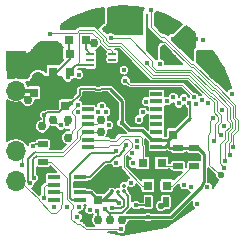
<source format=gbl>
G04 #@! TF.FileFunction,Copper,L4,Bot,Signal*
%FSLAX46Y46*%
G04 Gerber Fmt 4.6, Leading zero omitted, Abs format (unit mm)*
G04 Created by KiCad (PCBNEW 4.0.6) date Mon Feb  5 06:37:18 2018*
%MOMM*%
%LPD*%
G01*
G04 APERTURE LIST*
%ADD10C,0.100000*%
%ADD11R,1.700000X1.700000*%
%ADD12O,1.700000X1.700000*%
%ADD13R,0.800000X0.750000*%
%ADD14R,0.750000X0.800000*%
%ADD15R,0.800000X0.800000*%
%ADD16R,0.900000X0.500000*%
%ADD17R,0.500000X0.900000*%
%ADD18R,1.000000X0.400000*%
%ADD19R,1.060000X0.400000*%
%ADD20R,1.200000X1.200000*%
%ADD21C,1.200000*%
%ADD22C,0.350000*%
%ADD23C,1.500000*%
%ADD24C,0.750000*%
%ADD25R,0.700000X0.250000*%
%ADD26R,0.610000X0.710000*%
%ADD27C,0.450000*%
%ADD28C,0.550000*%
%ADD29C,0.150000*%
%ADD30C,0.300000*%
%ADD31C,0.125000*%
%ADD32C,0.250000*%
G04 APERTURE END LIST*
D10*
D11*
X151000000Y-84920000D03*
D12*
X151000000Y-87460000D03*
X151000000Y-90000000D03*
X151000000Y-92540000D03*
X151000000Y-95080000D03*
D13*
X152527000Y-87630000D03*
X154027000Y-87630000D03*
D14*
X155194000Y-88761000D03*
X155194000Y-87261000D03*
X164338000Y-91186000D03*
X164338000Y-89686000D03*
X154178000Y-84352000D03*
X154178000Y-85852000D03*
X157988000Y-96750000D03*
X157988000Y-95250000D03*
D15*
X163334500Y-93599000D03*
X161734500Y-93599000D03*
X163779000Y-95504000D03*
X162179000Y-95504000D03*
D16*
X164719000Y-92341000D03*
X164719000Y-93841000D03*
X166116000Y-92341000D03*
X166116000Y-93841000D03*
D17*
X162203000Y-96901000D03*
X163703000Y-96901000D03*
D16*
X153289000Y-92000000D03*
X153289000Y-93500000D03*
D18*
X157100000Y-92275000D03*
X157100000Y-91625000D03*
X157100000Y-90975000D03*
X157100000Y-90325000D03*
X157100000Y-89675000D03*
X157100000Y-89025000D03*
X157100000Y-88375000D03*
X157100000Y-87725000D03*
X162900000Y-87725000D03*
X162900000Y-88375000D03*
X162900000Y-89025000D03*
X162900000Y-89675000D03*
X162900000Y-90325000D03*
X162900000Y-90975000D03*
X162900000Y-91625000D03*
X162900000Y-92275000D03*
D19*
X156421000Y-94778000D03*
X156421000Y-95428000D03*
X156421000Y-96088000D03*
X156421000Y-96738000D03*
X154221000Y-96738000D03*
X154221000Y-96088000D03*
X154221000Y-95428000D03*
X154221000Y-94778000D03*
D20*
X152908000Y-84500000D03*
D21*
X152908000Y-86500000D03*
D22*
X160139000Y-96004000D03*
X160139000Y-95504000D03*
X160139000Y-95004000D03*
X159639000Y-95004000D03*
X159139000Y-95004000D03*
X159139000Y-95504000D03*
X159139000Y-96004000D03*
X159639000Y-96012000D03*
D23*
X168021000Y-85852000D03*
X163750000Y-82000000D03*
X157480000Y-81280000D03*
D24*
X154178000Y-89916000D03*
X155448000Y-89916000D03*
X155384500Y-91440000D03*
X158242000Y-90932000D03*
X158242000Y-89916000D03*
X152019000Y-88265000D03*
X158115000Y-88011000D03*
X157988000Y-98425000D03*
X159004000Y-98425000D03*
X160020000Y-98425000D03*
X156972000Y-98425000D03*
D14*
X155575000Y-85852000D03*
X155575000Y-84352000D03*
D13*
X156960000Y-83185000D03*
X155460000Y-83185000D03*
D25*
X157317000Y-85336000D03*
X157317000Y-84836000D03*
X157317000Y-84336000D03*
X159167000Y-84336000D03*
X159167000Y-84836000D03*
X159167000Y-85336000D03*
D26*
X158242000Y-84481000D03*
X158242000Y-85191000D03*
D24*
X157607000Y-83439000D03*
X153250000Y-90500000D03*
X154178000Y-91313000D03*
D27*
X155386493Y-86331097D03*
X157949393Y-86944519D03*
D28*
X158242000Y-86741000D03*
D27*
X165070147Y-89611288D03*
X167501989Y-94964873D03*
X159131000Y-91313000D03*
X154305000Y-87249000D03*
X155295000Y-87793000D03*
X156062691Y-87106432D03*
X153798493Y-94094909D03*
X156845000Y-86741028D03*
D28*
X156337000Y-86741000D03*
D27*
X155956000Y-86614000D03*
D28*
X157607000Y-86741000D03*
D27*
X158115000Y-88011000D03*
X166345210Y-93240998D03*
X165000000Y-98000000D03*
X161544000Y-94488000D03*
X163750002Y-90290000D03*
X160655000Y-88519000D03*
X154600510Y-91455490D03*
X158477508Y-95015959D03*
X156972000Y-98425000D03*
X157226000Y-95267500D03*
X154585000Y-87793000D03*
X158551564Y-82367436D03*
X154432000Y-85089980D03*
X153289010Y-85598000D03*
X153924000Y-85090000D03*
X169292422Y-87755586D03*
X166370000Y-97028000D03*
X164286104Y-83075403D03*
X164404043Y-84642957D03*
X165859100Y-84521400D03*
X152908000Y-85344000D03*
X152146000Y-85725000D03*
X151638000Y-85979000D03*
X151130000Y-85979000D03*
X150622000Y-85979000D03*
X152146000Y-85217000D03*
X152146000Y-84582000D03*
X153416000Y-83566000D03*
X152908000Y-83693000D03*
X160147000Y-81534000D03*
X159004000Y-81534000D03*
X159004000Y-82169000D03*
X160147000Y-82169000D03*
X160000000Y-80750000D03*
X159500000Y-80500000D03*
X159000000Y-80750000D03*
X161036000Y-81509000D03*
X165249982Y-82500000D03*
X165750000Y-82500000D03*
X166243000Y-83058016D03*
X163449000Y-83820000D03*
X163449000Y-84582000D03*
X165354000Y-83934500D03*
X153416024Y-89535000D03*
X165683278Y-88533226D03*
X155693609Y-88517121D03*
X159721990Y-97008041D03*
X159955973Y-90185956D03*
X162179000Y-98171000D03*
D28*
X163250000Y-97250000D03*
D27*
X159893000Y-99187000D03*
X151511000Y-93726000D03*
X153340998Y-96561252D03*
X168783000Y-86995000D03*
X167386000Y-84836000D03*
X167894000Y-84664340D03*
X167513000Y-84328000D03*
X165867164Y-95625928D03*
X169099941Y-92935038D03*
X163068000Y-83312000D03*
X155750000Y-81750000D03*
X155250000Y-82000000D03*
X156250000Y-81500000D03*
X168330589Y-91264063D03*
X152495295Y-94837978D03*
X152182572Y-95320516D03*
X157861000Y-97663000D03*
X159126777Y-97426875D03*
X158520161Y-97462743D03*
X168654067Y-90429594D03*
X156337000Y-86106000D03*
X160147000Y-85725000D03*
X168473180Y-89103267D03*
X167766239Y-91765003D03*
X153924000Y-82677000D03*
X159020298Y-83015173D03*
X168748246Y-93389955D03*
X162110865Y-85091164D03*
X168652847Y-93986306D03*
X169418000Y-92201986D03*
X162433000Y-80645000D03*
X167214990Y-95615884D03*
X163166392Y-85194311D03*
X160274000Y-86614000D03*
X166116000Y-88011000D03*
X167671001Y-89779588D03*
D28*
X168402000Y-94615000D03*
D27*
X166878000Y-83185000D03*
X165260524Y-95470476D03*
X161163000Y-97155000D03*
X152440574Y-92164935D03*
X167259000Y-88518988D03*
X156364944Y-97288001D03*
X166736250Y-88279469D03*
X155321001Y-97343724D03*
X166255045Y-88594222D03*
X154224528Y-97362472D03*
X157236342Y-97539447D03*
X165227000Y-88157010D03*
X157948890Y-89252877D03*
X164801990Y-88545701D03*
X164338000Y-88030010D03*
X158265743Y-88773038D03*
X158638706Y-89243022D03*
X163837400Y-88347990D03*
X158862089Y-90381783D03*
X162049998Y-88392011D03*
X161761014Y-89265142D03*
X156210000Y-98171000D03*
X161417212Y-89927965D03*
X156252368Y-89265667D03*
X160909000Y-93620612D03*
X161271148Y-91691593D03*
X161265807Y-92266580D03*
X160782000Y-95250000D03*
X160842600Y-92770600D03*
X159507252Y-93599000D03*
X160340393Y-92077917D03*
X159517572Y-92541931D03*
X154784169Y-90411248D03*
X155353644Y-90331644D03*
X156266827Y-88682228D03*
D29*
X155386493Y-86331097D02*
X155386493Y-86040507D01*
X155386493Y-86040507D02*
X155575000Y-85852000D01*
X152019000Y-88265000D02*
X152019000Y-88138000D01*
X152019000Y-88138000D02*
X152527000Y-87630000D01*
X151000000Y-87460000D02*
X151214000Y-87460000D01*
X151214000Y-87460000D02*
X152019000Y-88265000D01*
D10*
X159167000Y-84336000D02*
X159167000Y-84111000D01*
X157818999Y-82888999D02*
X157480000Y-82550000D01*
X156464000Y-82550000D02*
X156384999Y-82629001D01*
X156384999Y-85017001D02*
X156066000Y-85336000D01*
X159167000Y-84111000D02*
X159003000Y-83947000D01*
X159003000Y-83947000D02*
X158750000Y-83947000D01*
X157871001Y-82888999D02*
X157818999Y-82888999D01*
X158750000Y-83947000D02*
X158157001Y-83354001D01*
X158157001Y-83354001D02*
X158157001Y-83174999D01*
X158157001Y-83174999D02*
X157871001Y-82888999D01*
X157480000Y-82550000D02*
X156464000Y-82550000D01*
X156384999Y-82629001D02*
X156384999Y-85017001D01*
D29*
X155575000Y-85852000D02*
X155575000Y-85827000D01*
X156066000Y-85336000D02*
X157317000Y-85336000D01*
X155575000Y-85827000D02*
X156066000Y-85336000D01*
D30*
X151000000Y-87460000D02*
X152648000Y-87460000D01*
D29*
X158242000Y-85191000D02*
X158242000Y-86741000D01*
X154600510Y-91455490D02*
X154320490Y-91455490D01*
X154320490Y-91455490D02*
X154178000Y-91313000D01*
X164338000Y-89686000D02*
X164995435Y-89686000D01*
X164995435Y-89686000D02*
X165070147Y-89611288D01*
X159385000Y-91059000D02*
X159131000Y-91313000D01*
X159385000Y-89027000D02*
X159385000Y-91059000D01*
X158743999Y-88385999D02*
X159385000Y-89027000D01*
X158115000Y-88011000D02*
X158489999Y-88385999D01*
X158489999Y-88385999D02*
X158743999Y-88385999D01*
X154511001Y-85852000D02*
X154178000Y-85852000D01*
X155575000Y-84352000D02*
X155575000Y-84788001D01*
X155575000Y-84788001D02*
X154511001Y-85852000D01*
X158242000Y-84481000D02*
X158242000Y-85191000D01*
X159167000Y-85336000D02*
X158387000Y-85336000D01*
X158387000Y-85336000D02*
X158242000Y-85191000D01*
X155460000Y-83185000D02*
X155460000Y-84237000D01*
X155460000Y-84237000D02*
X155575000Y-84352000D01*
X154178000Y-85852000D02*
X154178000Y-85877000D01*
X154178000Y-85877000D02*
X155194000Y-86893000D01*
X155194000Y-86893000D02*
X155194000Y-87261000D01*
X153924000Y-87146000D02*
X153924000Y-86106000D01*
X153924000Y-86106000D02*
X154178000Y-85852000D01*
D31*
X157100000Y-87725000D02*
X157829000Y-87725000D01*
X157829000Y-87725000D02*
X158115000Y-88011000D01*
X157100000Y-88375000D02*
X157751000Y-88375000D01*
X157751000Y-88375000D02*
X158115000Y-88011000D01*
X164338000Y-89686000D02*
X164338000Y-89702002D01*
X164338000Y-89702002D02*
X163750002Y-90290000D01*
D29*
X159139000Y-95004000D02*
X158489467Y-95004000D01*
X158252509Y-95240958D02*
X158477508Y-95015959D01*
X158243467Y-95250000D02*
X158252509Y-95240958D01*
X158489467Y-95004000D02*
X158477508Y-95015959D01*
X157988000Y-95250000D02*
X158243467Y-95250000D01*
X159139000Y-95504000D02*
X159139000Y-95004000D01*
X159639000Y-95004000D02*
X159139000Y-95004000D01*
X160139000Y-95004000D02*
X159639000Y-95004000D01*
X156421000Y-95428000D02*
X157065500Y-95428000D01*
X157065500Y-95428000D02*
X157226000Y-95267500D01*
X157988000Y-95250000D02*
X157243500Y-95250000D01*
X157243500Y-95250000D02*
X157226000Y-95267500D01*
X153924000Y-87261000D02*
X153924000Y-86881000D01*
X153924000Y-87261000D02*
X153669000Y-87261000D01*
X153669000Y-87261000D02*
X152908000Y-86500000D01*
X155194000Y-87261000D02*
X155117000Y-87261000D01*
X155117000Y-87261000D02*
X154585000Y-87793000D01*
X153924000Y-87261000D02*
X154053000Y-87261000D01*
X154053000Y-87261000D02*
X154585000Y-87793000D01*
X154431980Y-85090000D02*
X154432000Y-85089980D01*
X153924000Y-85090000D02*
X154431980Y-85090000D01*
X155693609Y-88517121D02*
X156399999Y-87810731D01*
X156399999Y-87810731D02*
X156399999Y-87364999D01*
X156399999Y-87364999D02*
X156439999Y-87324999D01*
X156439999Y-87324999D02*
X157727999Y-87324999D01*
X157727999Y-87324999D02*
X157779000Y-87376000D01*
X157779000Y-87376000D02*
X158115000Y-87376000D01*
X158115000Y-87376000D02*
X158166001Y-87324999D01*
X158166001Y-87324999D02*
X158952999Y-87324999D01*
X153250000Y-90500000D02*
X153416000Y-90334000D01*
X153416000Y-90334000D02*
X153416000Y-89535024D01*
X153416000Y-89535024D02*
X153416024Y-89535000D01*
X153416024Y-89535000D02*
X153670024Y-89281000D01*
X153670024Y-89281000D02*
X154674000Y-89281000D01*
X154674000Y-89281000D02*
X155194000Y-88761000D01*
D32*
X159955973Y-90185956D02*
X159955973Y-88327973D01*
X159955973Y-88327973D02*
X158952999Y-87324999D01*
X162497198Y-98171000D02*
X162179000Y-98171000D01*
X164110105Y-98171000D02*
X162497198Y-98171000D01*
X166739989Y-95387883D02*
X166739989Y-95541116D01*
X166943001Y-95184871D02*
X166739989Y-95387883D01*
X163899000Y-92026000D02*
X163899000Y-92209000D01*
X164731000Y-92341000D02*
X166443000Y-92341000D01*
X166739989Y-95541116D02*
X164110105Y-98171000D01*
X163899000Y-92209000D02*
X164019000Y-92329000D01*
X164019000Y-92329000D02*
X164719000Y-92329000D01*
X166943001Y-92841001D02*
X166943001Y-95184871D01*
X164719000Y-92329000D02*
X164731000Y-92341000D01*
X166443000Y-92341000D02*
X166943001Y-92841001D01*
D29*
X165710000Y-89789000D02*
X165778171Y-89720829D01*
X165778171Y-89720829D02*
X165778171Y-88628119D01*
X165778171Y-88628119D02*
X165683278Y-88533226D01*
X155194000Y-88761000D02*
X155194000Y-88773000D01*
X155468610Y-88742120D02*
X155693609Y-88517121D01*
X155449730Y-88761000D02*
X155468610Y-88742120D01*
X155194000Y-88761000D02*
X155449730Y-88761000D01*
D32*
X162900000Y-91625000D02*
X162491000Y-91625000D01*
X162491000Y-91625000D02*
X161671000Y-90805000D01*
X161671000Y-90805000D02*
X160575017Y-90805000D01*
X160575017Y-90805000D02*
X159955973Y-90185956D01*
X159463949Y-96750000D02*
X159496991Y-96783042D01*
X159496991Y-96783042D02*
X159721990Y-97008041D01*
X158393000Y-96750000D02*
X159463949Y-96750000D01*
X157988000Y-96750000D02*
X157326000Y-96088000D01*
X157326000Y-96088000D02*
X156421000Y-96088000D01*
X157988000Y-96750000D02*
X158393000Y-96750000D01*
X158393000Y-96750000D02*
X159139000Y-96004000D01*
X162179000Y-98171000D02*
X160274000Y-98171000D01*
X160274000Y-98171000D02*
X160020000Y-98425000D01*
X164338000Y-91186000D02*
X164338000Y-91161000D01*
X164338000Y-91161000D02*
X165710000Y-89789000D01*
X162900000Y-92275000D02*
X163650000Y-92275000D01*
X163650000Y-92275000D02*
X163899000Y-92026000D01*
X163899000Y-92026000D02*
X163899000Y-91625000D01*
X164338000Y-91186000D02*
X163899000Y-91625000D01*
X163899000Y-91625000D02*
X162900000Y-91625000D01*
D31*
X164719000Y-93841000D02*
X163576500Y-93841000D01*
X163576500Y-93841000D02*
X163334500Y-93599000D01*
D10*
X158938998Y-91713002D02*
X158850996Y-91625000D01*
X159450002Y-91713002D02*
X158938998Y-91713002D01*
X159871421Y-91291583D02*
X159450002Y-91713002D01*
X161671000Y-91481831D02*
X161671000Y-91440000D01*
X161671149Y-91481980D02*
X161671000Y-91481831D01*
X161671149Y-92061151D02*
X161671149Y-91481980D01*
X158850996Y-91625000D02*
X157100000Y-91625000D01*
X161734500Y-92124502D02*
X161671149Y-92061151D01*
X161734500Y-93599000D02*
X161734500Y-92124502D01*
X161671000Y-91440000D02*
X161522583Y-91291583D01*
X161522583Y-91291583D02*
X159871421Y-91291583D01*
X157400000Y-91625000D02*
X157100000Y-91625000D01*
D31*
X166116000Y-93841000D02*
X165916000Y-93841000D01*
X165916000Y-93841000D02*
X164253000Y-95504000D01*
X164253000Y-95504000D02*
X163779000Y-95504000D01*
D10*
X160147000Y-92900500D02*
X160845500Y-92202000D01*
X160845500Y-92202000D02*
X160845500Y-91884500D01*
X160147000Y-93972000D02*
X160147000Y-92900500D01*
X162179000Y-95504000D02*
X161679000Y-95504000D01*
X161679000Y-95504000D02*
X160147000Y-93972000D01*
X160528000Y-91567000D02*
X160845500Y-91884500D01*
X160274000Y-91567000D02*
X160528000Y-91567000D01*
X159766000Y-92075000D02*
X160274000Y-91567000D01*
X159004000Y-92075000D02*
X159766000Y-92075000D01*
X158804000Y-92275000D02*
X159004000Y-92075000D01*
X157100000Y-92275000D02*
X158804000Y-92275000D01*
D31*
X163703000Y-96901000D02*
X163599000Y-96901000D01*
X163599000Y-96901000D02*
X163250000Y-97250000D01*
X159893000Y-99187000D02*
X156901498Y-99187000D01*
X156901498Y-99187000D02*
X156464000Y-98749502D01*
X156464000Y-98749502D02*
X156153502Y-98749502D01*
X156153502Y-98749502D02*
X155702000Y-98298000D01*
X153864000Y-93500000D02*
X153289000Y-93500000D01*
X155702000Y-98298000D02*
X155702000Y-97536000D01*
X155321000Y-96647000D02*
X155321000Y-94869000D01*
X155702000Y-97536000D02*
X155829000Y-97409000D01*
X155829000Y-97409000D02*
X155829000Y-97155000D01*
X155829000Y-97155000D02*
X155321000Y-96647000D01*
X155321000Y-94869000D02*
X153952000Y-93500000D01*
X153952000Y-93500000D02*
X153864000Y-93500000D01*
X151511000Y-93726000D02*
X151511000Y-93051000D01*
X151511000Y-93051000D02*
X151000000Y-92540000D01*
X154221000Y-95428000D02*
X153566000Y-95428000D01*
X153340998Y-95653002D02*
X153340998Y-96561252D01*
X153566000Y-95428000D02*
X153340998Y-95653002D01*
X154432000Y-97790000D02*
X153959242Y-97790000D01*
X154813000Y-97155000D02*
X154813000Y-97409000D01*
X154432000Y-97790000D02*
X154813000Y-97409000D01*
X154221000Y-96088000D02*
X154876000Y-96088000D01*
X154876000Y-96088000D02*
X154938501Y-96150501D01*
X154938501Y-96150501D02*
X154938501Y-97029499D01*
X153959242Y-97790000D02*
X152928496Y-96759254D01*
X154938501Y-97029499D02*
X154813000Y-97155000D01*
X152019000Y-95758000D02*
X151341000Y-95080000D01*
X152928496Y-96759254D02*
X152928496Y-96667496D01*
X152928496Y-96667496D02*
X152019000Y-95758000D01*
D29*
X151341000Y-95080000D02*
X151000000Y-95080000D01*
X167513000Y-84328000D02*
X167513000Y-84709000D01*
X167513000Y-84709000D02*
X167386000Y-84836000D01*
X168021000Y-85852000D02*
X168021000Y-84791340D01*
X168021000Y-84791340D02*
X167557660Y-84328000D01*
X167557660Y-84328000D02*
X167513000Y-84328000D01*
D10*
X169017998Y-92853095D02*
X169099941Y-92935038D01*
X169192989Y-91092798D02*
X169192989Y-91727799D01*
X169557348Y-90728440D02*
X169192989Y-91092798D01*
X169557348Y-89992560D02*
X169557348Y-90728440D01*
X169348475Y-89783688D02*
X169557348Y-89992560D01*
X169017998Y-91902790D02*
X169017998Y-92853095D01*
X169348475Y-88739202D02*
X169348475Y-89783688D01*
X167831039Y-87221766D02*
X169348475Y-88739202D01*
X165979380Y-85459956D02*
X167741190Y-87221766D01*
X163638787Y-83312000D02*
X165786743Y-85459956D01*
X163068000Y-83312000D02*
X163638787Y-83312000D01*
X169192989Y-91727799D02*
X169017998Y-91902790D01*
X165786743Y-85459956D02*
X165979380Y-85459956D01*
X167741190Y-87221766D02*
X167831039Y-87221766D01*
X159912002Y-83458002D02*
X158897426Y-83458002D01*
X157480000Y-81861572D02*
X157480000Y-81280000D01*
X167420014Y-87896799D02*
X165658204Y-86134989D01*
X168330589Y-91264063D02*
X168119011Y-91052485D01*
X168373011Y-89568798D02*
X167992011Y-89187798D01*
X158607023Y-83167599D02*
X158607023Y-82988595D01*
X162588989Y-86134989D02*
X159912002Y-83458002D01*
X165658204Y-86134989D02*
X162588989Y-86134989D01*
X167550393Y-87896799D02*
X167420014Y-87896799D01*
X167992011Y-89187798D02*
X167992011Y-88338417D01*
X168373011Y-90118648D02*
X168373011Y-89568798D01*
X168119011Y-90372648D02*
X168373011Y-90118648D01*
X158607023Y-82988595D02*
X157480000Y-81861572D01*
X158897426Y-83458002D02*
X158607023Y-83167599D01*
X168119011Y-91052485D02*
X168119011Y-90372648D01*
X167992011Y-88338417D02*
X167550393Y-87896799D01*
D29*
X155500000Y-82000000D02*
X155750000Y-81750000D01*
X155250000Y-82000000D02*
X155500000Y-82000000D01*
X157480000Y-81280000D02*
X156470000Y-81280000D01*
X156470000Y-81280000D02*
X156250000Y-81500000D01*
X152485786Y-94828469D02*
X152495295Y-94837978D01*
X152485786Y-93265210D02*
X152485786Y-94828469D01*
X152786996Y-92964000D02*
X152485786Y-93265210D01*
D10*
X156424999Y-91350001D02*
X156800000Y-90975000D01*
X156424999Y-91543214D02*
X156424999Y-91350001D01*
X155004213Y-92964000D02*
X156424999Y-91543214D01*
X152786996Y-92964000D02*
X155004213Y-92964000D01*
X156800000Y-90975000D02*
X157100000Y-90975000D01*
X157100000Y-90975000D02*
X158199000Y-90975000D01*
X158199000Y-90975000D02*
X158242000Y-90932000D01*
D29*
X152651084Y-92688990D02*
X152050001Y-93290073D01*
X152673082Y-92688990D02*
X152651084Y-92688990D01*
X152050001Y-95187945D02*
X152182572Y-95320516D01*
X152050001Y-93290073D02*
X152050001Y-95187945D01*
D10*
X157100000Y-90325000D02*
X156800000Y-90325000D01*
X156800000Y-90325000D02*
X156199988Y-90925012D01*
X156199988Y-90925012D02*
X156199988Y-91450012D01*
X156199988Y-91450012D02*
X154961010Y-92688990D01*
X154961010Y-92688990D02*
X152673082Y-92688990D01*
X158242000Y-89916000D02*
X157833000Y-90325000D01*
X157833000Y-90325000D02*
X157100000Y-90325000D01*
D29*
X159925991Y-97433042D02*
X160146991Y-97212042D01*
X159639000Y-96259487D02*
X159639000Y-96012000D01*
X160146991Y-96767478D02*
X159639000Y-96259487D01*
X159517989Y-97433042D02*
X159925991Y-97433042D01*
X160146991Y-97212042D02*
X160146991Y-96767478D01*
X159511822Y-97426875D02*
X159517989Y-97433042D01*
X159126777Y-97426875D02*
X159511822Y-97426875D01*
X157988000Y-98425000D02*
X157988000Y-97790000D01*
X157988000Y-97790000D02*
X157861000Y-97663000D01*
X158909294Y-97851876D02*
X158961206Y-97851876D01*
X158961206Y-97851876D02*
X159004000Y-97894670D01*
X159004000Y-97894670D02*
X159004000Y-98425000D01*
X160139000Y-96004000D02*
X160528000Y-96393000D01*
X158745160Y-97687742D02*
X158520161Y-97462743D01*
X158909294Y-97851876D02*
X158745160Y-97687742D01*
X159958124Y-97851876D02*
X158909294Y-97851876D01*
X160528000Y-97282000D02*
X159958124Y-97851876D01*
X160528000Y-96393000D02*
X160528000Y-97282000D01*
D10*
X162495788Y-86360000D02*
X159828788Y-83693000D01*
X159828788Y-83693000D02*
X158814212Y-83693000D01*
X167457191Y-88121810D02*
X167326812Y-88121810D01*
X167894000Y-91637242D02*
X167894000Y-90279446D01*
X167766239Y-91765003D02*
X167894000Y-91637242D01*
X157625204Y-82324989D02*
X156370798Y-82324989D01*
X158382012Y-83081797D02*
X157625204Y-82324989D01*
X168148000Y-90025446D02*
X168148000Y-89662000D01*
X167894000Y-90279446D02*
X168148000Y-90025446D01*
X158814212Y-83693000D02*
X158382012Y-83260800D01*
X168148000Y-89662000D02*
X167767000Y-89281000D01*
X167767000Y-89281000D02*
X167767000Y-88431619D01*
X167767000Y-88431619D02*
X167457191Y-88121810D01*
X167326812Y-88121810D02*
X165565002Y-86360000D01*
X165565002Y-86360000D02*
X162495788Y-86360000D01*
X158382012Y-83260800D02*
X158382012Y-83081797D01*
X156370798Y-82324989D02*
X156145788Y-82550000D01*
X156145788Y-82550000D02*
X154051000Y-82550000D01*
X154051000Y-82550000D02*
X153924000Y-82677000D01*
X162560000Y-84948297D02*
X160626876Y-83015173D01*
X169123464Y-88832404D02*
X167737837Y-87446777D01*
X169123464Y-89876890D02*
X169123464Y-88832404D01*
X168967978Y-90999596D02*
X169332337Y-90635238D01*
X162902392Y-85684967D02*
X162560000Y-85342575D01*
X160626876Y-83015173D02*
X159020298Y-83015173D01*
X162560000Y-85342575D02*
X162560000Y-84948297D01*
X165844608Y-85684967D02*
X162902392Y-85684967D01*
X167606418Y-87446777D02*
X165844608Y-85684967D01*
X167737837Y-87446777D02*
X167606418Y-87446777D01*
X169332337Y-90085763D02*
X169123464Y-89876890D01*
X169332337Y-90635238D02*
X169332337Y-90085763D01*
X168967978Y-91634597D02*
X168967978Y-90999596D01*
X168699939Y-93341648D02*
X168699939Y-91902636D01*
X168748246Y-93389955D02*
X168699939Y-93341648D01*
X168699939Y-91902636D02*
X168967978Y-91634597D01*
X167513216Y-87671788D02*
X165751406Y-85909978D01*
X165751406Y-85909978D02*
X162809190Y-85909978D01*
X167644635Y-87671788D02*
X167513216Y-87671788D01*
X168742968Y-90906393D02*
X169107326Y-90542036D01*
X168652847Y-93986306D02*
X168275000Y-93608459D01*
X162809190Y-85909978D02*
X162110865Y-85211653D01*
X162110865Y-85211653D02*
X162110865Y-85091164D01*
X168275000Y-92009362D02*
X168742967Y-91541395D01*
X168742967Y-91541395D02*
X168742968Y-90906393D01*
X168275000Y-93608459D02*
X168275000Y-92009362D01*
X168898453Y-88925606D02*
X167644635Y-87671788D01*
X168898453Y-89970092D02*
X168898453Y-88925606D01*
X169107326Y-90178964D02*
X168898453Y-89970092D01*
X169107326Y-90542036D02*
X169107326Y-90178964D01*
X169418000Y-91186000D02*
X169418000Y-92201986D01*
X169573486Y-88646000D02*
X169573486Y-89690486D01*
X169573486Y-89690486D02*
X169799000Y-89916000D01*
X162433000Y-80645000D02*
X162433000Y-82042000D01*
X162433000Y-82042000D02*
X163322000Y-82931000D01*
X165834002Y-85189002D02*
X166026639Y-85189002D01*
X166026639Y-85189002D02*
X167834392Y-86996755D01*
X167834392Y-86996755D02*
X167924241Y-86996755D01*
X163322000Y-82931000D02*
X163576000Y-82931000D01*
X163576000Y-82931000D02*
X165834002Y-85189002D01*
X167924241Y-86996755D02*
X169573486Y-88646000D01*
X169799000Y-89916000D02*
X169799000Y-90805000D01*
X169799000Y-90805000D02*
X169418000Y-91186000D01*
X166116000Y-88011000D02*
X165105000Y-87000000D01*
X165105000Y-87000000D02*
X160660000Y-87000000D01*
X160660000Y-87000000D02*
X160274000Y-86614000D01*
X168000001Y-94340001D02*
X167386000Y-93726000D01*
X167259000Y-92456000D02*
X167386000Y-92583000D01*
X167386000Y-92583000D02*
X167386000Y-93726000D01*
X167259000Y-91186000D02*
X167259000Y-92456000D01*
X167446002Y-90998998D02*
X167259000Y-91186000D01*
X167671001Y-89779588D02*
X167446002Y-90004587D01*
X167446002Y-90004587D02*
X167446002Y-90998998D01*
X168402000Y-94615000D02*
X168127001Y-94340001D01*
X168127001Y-94340001D02*
X168000001Y-94340001D01*
D29*
X161163000Y-97155000D02*
X161949000Y-97155000D01*
X161949000Y-97155000D02*
X162203000Y-96901000D01*
X152605509Y-92000000D02*
X152440574Y-92164935D01*
X153289000Y-92000000D02*
X152605509Y-92000000D01*
X159896989Y-92733443D02*
X160115394Y-92515038D01*
X158988230Y-93489020D02*
X159509011Y-92968239D01*
X157297492Y-94778000D02*
X158586470Y-93489022D01*
X159896989Y-92796631D02*
X159896989Y-92733443D01*
X159509011Y-92968239D02*
X159725381Y-92968239D01*
X158586470Y-93489022D02*
X158988230Y-93489020D01*
X159725381Y-92968239D02*
X159896989Y-92796631D01*
X156421000Y-94778000D02*
X157297492Y-94778000D01*
X160115394Y-92515038D02*
X160115394Y-92302916D01*
X160115394Y-92302916D02*
X160340393Y-92077917D01*
X159292573Y-92766930D02*
X159517572Y-92541931D01*
X157342068Y-92766930D02*
X159292573Y-92766930D01*
X155583511Y-94525487D02*
X157342068Y-92766930D01*
X155583511Y-96538265D02*
X155583511Y-94525487D01*
X155783246Y-96738000D02*
X155583511Y-96538265D01*
X156421000Y-96738000D02*
X155783246Y-96738000D01*
D10*
X154784169Y-90411248D02*
X154673248Y-90411248D01*
X154673248Y-90411248D02*
X154178000Y-89916000D01*
X155353644Y-90013446D02*
X155353644Y-90331644D01*
X155353644Y-90010356D02*
X155353644Y-90013446D01*
X155448000Y-89916000D02*
X155353644Y-90010356D01*
X155384500Y-91440000D02*
X155759499Y-91065001D01*
X155765500Y-89183555D02*
X156266827Y-88682228D01*
X155759499Y-90874501D02*
X156013499Y-90620501D01*
X156013499Y-90620501D02*
X156013499Y-89592499D01*
X155759499Y-91065001D02*
X155759499Y-90874501D01*
X156013499Y-89592499D02*
X155765500Y-89344500D01*
X155765500Y-89344500D02*
X155765500Y-89183555D01*
X157607000Y-83439000D02*
X157214000Y-83439000D01*
X157214000Y-83439000D02*
X156960000Y-83185000D01*
D29*
X156960000Y-83185000D02*
X156960000Y-83979000D01*
X156960000Y-83979000D02*
X157317000Y-84336000D01*
G36*
X154524324Y-83335189D02*
X154554271Y-83380010D01*
X154566707Y-83395164D01*
X154604836Y-83433293D01*
X154619990Y-83445729D01*
X154664811Y-83475676D01*
X154682100Y-83484917D01*
X154731897Y-83505545D01*
X154750656Y-83511236D01*
X154783670Y-83517802D01*
X154783670Y-83560000D01*
X154787162Y-83603793D01*
X154810164Y-83678070D01*
X154852949Y-83742998D01*
X154912128Y-83793436D01*
X154961377Y-83815636D01*
X154934610Y-83875016D01*
X154923670Y-83952000D01*
X154923670Y-84752000D01*
X154927162Y-84795793D01*
X154950164Y-84870070D01*
X154969148Y-84898879D01*
X154665436Y-85202591D01*
X154629984Y-85186610D01*
X154553000Y-85175670D01*
X153803000Y-85175670D01*
X153759207Y-85179162D01*
X153684930Y-85202164D01*
X153620002Y-85244949D01*
X153569564Y-85304128D01*
X153537610Y-85375016D01*
X153526670Y-85452000D01*
X153526670Y-85881171D01*
X153468445Y-85822539D01*
X153326185Y-85726583D01*
X153167997Y-85660087D01*
X152999905Y-85625583D01*
X152828313Y-85624385D01*
X152659756Y-85656539D01*
X152500654Y-85720820D01*
X152357069Y-85814780D01*
X152234468Y-85934839D01*
X152137521Y-86076426D01*
X152069922Y-86234146D01*
X152045664Y-86348270D01*
X151978859Y-86415075D01*
X151972266Y-86420486D01*
X151968008Y-86422762D01*
X151963386Y-86424164D01*
X151954895Y-86425000D01*
X151445561Y-86425000D01*
X151239344Y-86359584D01*
X151021150Y-86335110D01*
X151005443Y-86335000D01*
X150994557Y-86335000D01*
X150776043Y-86356425D01*
X150565853Y-86419886D01*
X150556235Y-86425000D01*
X150325000Y-86425000D01*
X150325000Y-84325000D01*
X152000000Y-84325000D01*
X152015858Y-84323445D01*
X152031803Y-84323441D01*
X152047360Y-84320356D01*
X152063126Y-84318810D01*
X152078381Y-84314204D01*
X152094020Y-84311103D01*
X152108675Y-84305058D01*
X152123848Y-84300477D01*
X152137919Y-84292995D01*
X152152657Y-84286916D01*
X152165860Y-84278139D01*
X152179852Y-84270699D01*
X152192201Y-84260628D01*
X152205478Y-84251801D01*
X152216724Y-84240627D01*
X152229006Y-84230610D01*
X152239167Y-84218328D01*
X152250473Y-84207094D01*
X152253340Y-84203577D01*
X152681166Y-83671171D01*
X153047060Y-83325000D01*
X154518878Y-83325000D01*
X154524324Y-83335189D01*
X154524324Y-83335189D01*
G37*
X154524324Y-83335189D02*
X154554271Y-83380010D01*
X154566707Y-83395164D01*
X154604836Y-83433293D01*
X154619990Y-83445729D01*
X154664811Y-83475676D01*
X154682100Y-83484917D01*
X154731897Y-83505545D01*
X154750656Y-83511236D01*
X154783670Y-83517802D01*
X154783670Y-83560000D01*
X154787162Y-83603793D01*
X154810164Y-83678070D01*
X154852949Y-83742998D01*
X154912128Y-83793436D01*
X154961377Y-83815636D01*
X154934610Y-83875016D01*
X154923670Y-83952000D01*
X154923670Y-84752000D01*
X154927162Y-84795793D01*
X154950164Y-84870070D01*
X154969148Y-84898879D01*
X154665436Y-85202591D01*
X154629984Y-85186610D01*
X154553000Y-85175670D01*
X153803000Y-85175670D01*
X153759207Y-85179162D01*
X153684930Y-85202164D01*
X153620002Y-85244949D01*
X153569564Y-85304128D01*
X153537610Y-85375016D01*
X153526670Y-85452000D01*
X153526670Y-85881171D01*
X153468445Y-85822539D01*
X153326185Y-85726583D01*
X153167997Y-85660087D01*
X152999905Y-85625583D01*
X152828313Y-85624385D01*
X152659756Y-85656539D01*
X152500654Y-85720820D01*
X152357069Y-85814780D01*
X152234468Y-85934839D01*
X152137521Y-86076426D01*
X152069922Y-86234146D01*
X152045664Y-86348270D01*
X151978859Y-86415075D01*
X151972266Y-86420486D01*
X151968008Y-86422762D01*
X151963386Y-86424164D01*
X151954895Y-86425000D01*
X151445561Y-86425000D01*
X151239344Y-86359584D01*
X151021150Y-86335110D01*
X151005443Y-86335000D01*
X150994557Y-86335000D01*
X150776043Y-86356425D01*
X150565853Y-86419886D01*
X150556235Y-86425000D01*
X150325000Y-86425000D01*
X150325000Y-84325000D01*
X152000000Y-84325000D01*
X152015858Y-84323445D01*
X152031803Y-84323441D01*
X152047360Y-84320356D01*
X152063126Y-84318810D01*
X152078381Y-84314204D01*
X152094020Y-84311103D01*
X152108675Y-84305058D01*
X152123848Y-84300477D01*
X152137919Y-84292995D01*
X152152657Y-84286916D01*
X152165860Y-84278139D01*
X152179852Y-84270699D01*
X152192201Y-84260628D01*
X152205478Y-84251801D01*
X152216724Y-84240627D01*
X152229006Y-84230610D01*
X152239167Y-84218328D01*
X152250473Y-84207094D01*
X152253340Y-84203577D01*
X152681166Y-83671171D01*
X153047060Y-83325000D01*
X154518878Y-83325000D01*
X154524324Y-83335189D01*
G36*
X165920078Y-96938097D02*
X165919922Y-97117118D01*
X165988286Y-97282572D01*
X166096823Y-97391298D01*
X163719535Y-98979751D01*
X160000000Y-99719612D01*
X158767738Y-99474500D01*
X159544157Y-99474500D01*
X159637763Y-99568269D01*
X159803097Y-99636922D01*
X159982118Y-99637078D01*
X160147572Y-99568714D01*
X160274269Y-99442237D01*
X160342922Y-99276903D01*
X160343078Y-99097882D01*
X160287606Y-98963629D01*
X160359429Y-98933952D01*
X160528359Y-98765317D01*
X160619896Y-98544871D01*
X160619917Y-98521000D01*
X161892548Y-98521000D01*
X161923763Y-98552269D01*
X162089097Y-98620922D01*
X162268118Y-98621078D01*
X162433572Y-98552714D01*
X162465341Y-98521000D01*
X164110105Y-98521000D01*
X164244044Y-98494358D01*
X164357592Y-98418487D01*
X165978374Y-96797706D01*
X165920078Y-96938097D01*
X165920078Y-96938097D01*
G37*
X165920078Y-96938097D02*
X165919922Y-97117118D01*
X165988286Y-97282572D01*
X166096823Y-97391298D01*
X163719535Y-98979751D01*
X160000000Y-99719612D01*
X158767738Y-99474500D01*
X159544157Y-99474500D01*
X159637763Y-99568269D01*
X159803097Y-99636922D01*
X159982118Y-99637078D01*
X160147572Y-99568714D01*
X160274269Y-99442237D01*
X160342922Y-99276903D01*
X160343078Y-99097882D01*
X160287606Y-98963629D01*
X160359429Y-98933952D01*
X160528359Y-98765317D01*
X160619896Y-98544871D01*
X160619917Y-98521000D01*
X161892548Y-98521000D01*
X161923763Y-98552269D01*
X162089097Y-98620922D01*
X162268118Y-98621078D01*
X162433572Y-98552714D01*
X162465341Y-98521000D01*
X164110105Y-98521000D01*
X164244044Y-98494358D01*
X164357592Y-98418487D01*
X165978374Y-96797706D01*
X165920078Y-96938097D01*
G36*
X156855073Y-97284210D02*
X156786420Y-97449544D01*
X156786264Y-97628565D01*
X156854628Y-97794019D01*
X156981105Y-97920716D01*
X157146439Y-97989369D01*
X157325460Y-97989525D01*
X157485218Y-97923514D01*
X157563019Y-98001451D01*
X157479641Y-98084683D01*
X157388104Y-98305129D01*
X157387896Y-98543824D01*
X157479048Y-98764429D01*
X157613883Y-98899500D01*
X157020584Y-98899500D01*
X156667293Y-98546209D01*
X156574022Y-98483887D01*
X156540248Y-98477169D01*
X156591269Y-98426237D01*
X156659922Y-98260903D01*
X156660078Y-98081882D01*
X156591714Y-97916428D01*
X156465237Y-97789731D01*
X156340608Y-97737980D01*
X156454062Y-97738079D01*
X156619516Y-97669715D01*
X156746213Y-97543238D01*
X156814866Y-97377904D01*
X156815022Y-97198883D01*
X156802017Y-97167408D01*
X156951000Y-97167408D01*
X156976974Y-97162521D01*
X156855073Y-97284210D01*
X156855073Y-97284210D01*
G37*
X156855073Y-97284210D02*
X156786420Y-97449544D01*
X156786264Y-97628565D01*
X156854628Y-97794019D01*
X156981105Y-97920716D01*
X157146439Y-97989369D01*
X157325460Y-97989525D01*
X157485218Y-97923514D01*
X157563019Y-98001451D01*
X157479641Y-98084683D01*
X157388104Y-98305129D01*
X157387896Y-98543824D01*
X157479048Y-98764429D01*
X157613883Y-98899500D01*
X157020584Y-98899500D01*
X156667293Y-98546209D01*
X156574022Y-98483887D01*
X156540248Y-98477169D01*
X156591269Y-98426237D01*
X156659922Y-98260903D01*
X156660078Y-98081882D01*
X156591714Y-97916428D01*
X156465237Y-97789731D01*
X156340608Y-97737980D01*
X156454062Y-97738079D01*
X156619516Y-97669715D01*
X156746213Y-97543238D01*
X156814866Y-97377904D01*
X156815022Y-97198883D01*
X156802017Y-97167408D01*
X156951000Y-97167408D01*
X156976974Y-97162521D01*
X156855073Y-97284210D01*
G36*
X162170592Y-91799566D02*
X162170592Y-91825000D01*
X162186281Y-91908380D01*
X162213076Y-91950021D01*
X162188666Y-91985747D01*
X162170592Y-92075000D01*
X162170592Y-92475000D01*
X162186281Y-92558380D01*
X162235559Y-92634960D01*
X162310747Y-92686334D01*
X162400000Y-92704408D01*
X163400000Y-92704408D01*
X163483380Y-92688719D01*
X163559960Y-92639441D01*
X163569827Y-92625000D01*
X163650000Y-92625000D01*
X163783939Y-92598358D01*
X163794091Y-92591574D01*
X163885061Y-92652358D01*
X164019000Y-92679000D01*
X164058254Y-92679000D01*
X164104559Y-92750960D01*
X164179747Y-92802334D01*
X164269000Y-92820408D01*
X165169000Y-92820408D01*
X165252380Y-92804719D01*
X165328960Y-92755441D01*
X165372991Y-92691000D01*
X165462976Y-92691000D01*
X165501559Y-92750960D01*
X165576747Y-92802334D01*
X165666000Y-92820408D01*
X166427434Y-92820408D01*
X166593001Y-92985976D01*
X166593001Y-93367060D01*
X166566000Y-93361592D01*
X165666000Y-93361592D01*
X165582620Y-93377281D01*
X165506040Y-93426559D01*
X165454666Y-93501747D01*
X165436592Y-93591000D01*
X165436592Y-93913822D01*
X165398408Y-93952006D01*
X165398408Y-93591000D01*
X165382719Y-93507620D01*
X165333441Y-93431040D01*
X165258253Y-93379666D01*
X165169000Y-93361592D01*
X164269000Y-93361592D01*
X164185620Y-93377281D01*
X164109040Y-93426559D01*
X164057666Y-93501747D01*
X164047186Y-93553500D01*
X163963908Y-93553500D01*
X163963908Y-93199000D01*
X163948219Y-93115620D01*
X163898941Y-93039040D01*
X163823753Y-92987666D01*
X163734500Y-92969592D01*
X162934500Y-92969592D01*
X162851120Y-92985281D01*
X162774540Y-93034559D01*
X162723166Y-93109747D01*
X162705092Y-93199000D01*
X162705092Y-93999000D01*
X162720781Y-94082380D01*
X162770059Y-94158960D01*
X162845247Y-94210334D01*
X162934500Y-94228408D01*
X163734500Y-94228408D01*
X163817880Y-94212719D01*
X163894460Y-94163441D01*
X163918334Y-94128500D01*
X164046648Y-94128500D01*
X164055281Y-94174380D01*
X164104559Y-94250960D01*
X164179747Y-94302334D01*
X164269000Y-94320408D01*
X165030006Y-94320408D01*
X164368082Y-94982332D01*
X164343441Y-94944040D01*
X164268253Y-94892666D01*
X164179000Y-94874592D01*
X163379000Y-94874592D01*
X163295620Y-94890281D01*
X163219040Y-94939559D01*
X163167666Y-95014747D01*
X163149592Y-95104000D01*
X163149592Y-95904000D01*
X163165281Y-95987380D01*
X163214559Y-96063960D01*
X163289747Y-96115334D01*
X163379000Y-96133408D01*
X164179000Y-96133408D01*
X164262380Y-96117719D01*
X164338960Y-96068441D01*
X164390334Y-95993253D01*
X164408408Y-95904000D01*
X164408408Y-95739289D01*
X164456293Y-95707293D01*
X164830193Y-95333393D01*
X164810602Y-95380573D01*
X164810446Y-95559594D01*
X164878810Y-95725048D01*
X165005287Y-95851745D01*
X165170621Y-95920398D01*
X165349642Y-95920554D01*
X165479782Y-95866782D01*
X165485450Y-95880500D01*
X165611927Y-96007197D01*
X165729933Y-96056198D01*
X163965131Y-97821000D01*
X162465452Y-97821000D01*
X162434237Y-97789731D01*
X162268903Y-97721078D01*
X162089882Y-97720922D01*
X161924428Y-97789286D01*
X161892659Y-97821000D01*
X160413264Y-97821000D01*
X160740132Y-97494132D01*
X160790480Y-97418782D01*
X160907763Y-97536269D01*
X161073097Y-97604922D01*
X161252118Y-97605078D01*
X161417572Y-97536714D01*
X161499428Y-97455000D01*
X161752550Y-97455000D01*
X161788559Y-97510960D01*
X161863747Y-97562334D01*
X161953000Y-97580408D01*
X162453000Y-97580408D01*
X162536380Y-97564719D01*
X162612960Y-97515441D01*
X162664334Y-97440253D01*
X162682408Y-97351000D01*
X162682408Y-97349020D01*
X162749913Y-97349020D01*
X162825873Y-97532857D01*
X162966403Y-97673633D01*
X163150107Y-97749913D01*
X163349020Y-97750087D01*
X163532857Y-97674127D01*
X163626740Y-97580408D01*
X163953000Y-97580408D01*
X164036380Y-97564719D01*
X164112960Y-97515441D01*
X164164334Y-97440253D01*
X164182408Y-97351000D01*
X164182408Y-96451000D01*
X164166719Y-96367620D01*
X164117441Y-96291040D01*
X164042253Y-96239666D01*
X163953000Y-96221592D01*
X163453000Y-96221592D01*
X163369620Y-96237281D01*
X163293040Y-96286559D01*
X163241666Y-96361747D01*
X163223592Y-96451000D01*
X163223592Y-96749977D01*
X163150980Y-96749913D01*
X162967143Y-96825873D01*
X162826367Y-96966403D01*
X162750087Y-97150107D01*
X162749913Y-97349020D01*
X162682408Y-97349020D01*
X162682408Y-96451000D01*
X162666719Y-96367620D01*
X162617441Y-96291040D01*
X162542253Y-96239666D01*
X162453000Y-96221592D01*
X161953000Y-96221592D01*
X161869620Y-96237281D01*
X161793040Y-96286559D01*
X161741666Y-96361747D01*
X161723592Y-96451000D01*
X161723592Y-96855000D01*
X161499365Y-96855000D01*
X161418237Y-96773731D01*
X161252903Y-96705078D01*
X161073882Y-96704922D01*
X160908428Y-96773286D01*
X160828000Y-96853574D01*
X160828000Y-96393000D01*
X160805164Y-96278195D01*
X160740132Y-96180868D01*
X160539021Y-95979757D01*
X160539069Y-95924784D01*
X160478301Y-95777714D01*
X160454685Y-95754057D01*
X160477905Y-95730877D01*
X160521469Y-95625965D01*
X160526763Y-95631269D01*
X160692097Y-95699922D01*
X160871118Y-95700078D01*
X161036572Y-95631714D01*
X161163269Y-95505237D01*
X161200842Y-95414750D01*
X161484546Y-95698454D01*
X161549592Y-95741917D01*
X161549592Y-95904000D01*
X161565281Y-95987380D01*
X161614559Y-96063960D01*
X161689747Y-96115334D01*
X161779000Y-96133408D01*
X162579000Y-96133408D01*
X162662380Y-96117719D01*
X162738960Y-96068441D01*
X162790334Y-95993253D01*
X162808408Y-95904000D01*
X162808408Y-95104000D01*
X162792719Y-95020620D01*
X162743441Y-94944040D01*
X162668253Y-94892666D01*
X162579000Y-94874592D01*
X161779000Y-94874592D01*
X161695620Y-94890281D01*
X161619040Y-94939559D01*
X161572127Y-95008219D01*
X160422000Y-93858092D01*
X160422000Y-93014408D01*
X160446369Y-92990039D01*
X160460886Y-93025172D01*
X160587363Y-93151869D01*
X160725866Y-93209381D01*
X160654428Y-93238898D01*
X160527731Y-93365375D01*
X160459078Y-93530709D01*
X160458922Y-93709730D01*
X160527286Y-93875184D01*
X160653763Y-94001881D01*
X160819097Y-94070534D01*
X160998118Y-94070690D01*
X161109891Y-94024506D01*
X161120781Y-94082380D01*
X161170059Y-94158960D01*
X161245247Y-94210334D01*
X161334500Y-94228408D01*
X162134500Y-94228408D01*
X162217880Y-94212719D01*
X162294460Y-94163441D01*
X162345834Y-94088253D01*
X162363908Y-93999000D01*
X162363908Y-93199000D01*
X162348219Y-93115620D01*
X162298941Y-93039040D01*
X162223753Y-92987666D01*
X162134500Y-92969592D01*
X162009500Y-92969592D01*
X162009500Y-92124502D01*
X161988567Y-92019264D01*
X161946149Y-91955782D01*
X161946149Y-91575123D01*
X162170592Y-91799566D01*
X162170592Y-91799566D01*
G37*
X162170592Y-91799566D02*
X162170592Y-91825000D01*
X162186281Y-91908380D01*
X162213076Y-91950021D01*
X162188666Y-91985747D01*
X162170592Y-92075000D01*
X162170592Y-92475000D01*
X162186281Y-92558380D01*
X162235559Y-92634960D01*
X162310747Y-92686334D01*
X162400000Y-92704408D01*
X163400000Y-92704408D01*
X163483380Y-92688719D01*
X163559960Y-92639441D01*
X163569827Y-92625000D01*
X163650000Y-92625000D01*
X163783939Y-92598358D01*
X163794091Y-92591574D01*
X163885061Y-92652358D01*
X164019000Y-92679000D01*
X164058254Y-92679000D01*
X164104559Y-92750960D01*
X164179747Y-92802334D01*
X164269000Y-92820408D01*
X165169000Y-92820408D01*
X165252380Y-92804719D01*
X165328960Y-92755441D01*
X165372991Y-92691000D01*
X165462976Y-92691000D01*
X165501559Y-92750960D01*
X165576747Y-92802334D01*
X165666000Y-92820408D01*
X166427434Y-92820408D01*
X166593001Y-92985976D01*
X166593001Y-93367060D01*
X166566000Y-93361592D01*
X165666000Y-93361592D01*
X165582620Y-93377281D01*
X165506040Y-93426559D01*
X165454666Y-93501747D01*
X165436592Y-93591000D01*
X165436592Y-93913822D01*
X165398408Y-93952006D01*
X165398408Y-93591000D01*
X165382719Y-93507620D01*
X165333441Y-93431040D01*
X165258253Y-93379666D01*
X165169000Y-93361592D01*
X164269000Y-93361592D01*
X164185620Y-93377281D01*
X164109040Y-93426559D01*
X164057666Y-93501747D01*
X164047186Y-93553500D01*
X163963908Y-93553500D01*
X163963908Y-93199000D01*
X163948219Y-93115620D01*
X163898941Y-93039040D01*
X163823753Y-92987666D01*
X163734500Y-92969592D01*
X162934500Y-92969592D01*
X162851120Y-92985281D01*
X162774540Y-93034559D01*
X162723166Y-93109747D01*
X162705092Y-93199000D01*
X162705092Y-93999000D01*
X162720781Y-94082380D01*
X162770059Y-94158960D01*
X162845247Y-94210334D01*
X162934500Y-94228408D01*
X163734500Y-94228408D01*
X163817880Y-94212719D01*
X163894460Y-94163441D01*
X163918334Y-94128500D01*
X164046648Y-94128500D01*
X164055281Y-94174380D01*
X164104559Y-94250960D01*
X164179747Y-94302334D01*
X164269000Y-94320408D01*
X165030006Y-94320408D01*
X164368082Y-94982332D01*
X164343441Y-94944040D01*
X164268253Y-94892666D01*
X164179000Y-94874592D01*
X163379000Y-94874592D01*
X163295620Y-94890281D01*
X163219040Y-94939559D01*
X163167666Y-95014747D01*
X163149592Y-95104000D01*
X163149592Y-95904000D01*
X163165281Y-95987380D01*
X163214559Y-96063960D01*
X163289747Y-96115334D01*
X163379000Y-96133408D01*
X164179000Y-96133408D01*
X164262380Y-96117719D01*
X164338960Y-96068441D01*
X164390334Y-95993253D01*
X164408408Y-95904000D01*
X164408408Y-95739289D01*
X164456293Y-95707293D01*
X164830193Y-95333393D01*
X164810602Y-95380573D01*
X164810446Y-95559594D01*
X164878810Y-95725048D01*
X165005287Y-95851745D01*
X165170621Y-95920398D01*
X165349642Y-95920554D01*
X165479782Y-95866782D01*
X165485450Y-95880500D01*
X165611927Y-96007197D01*
X165729933Y-96056198D01*
X163965131Y-97821000D01*
X162465452Y-97821000D01*
X162434237Y-97789731D01*
X162268903Y-97721078D01*
X162089882Y-97720922D01*
X161924428Y-97789286D01*
X161892659Y-97821000D01*
X160413264Y-97821000D01*
X160740132Y-97494132D01*
X160790480Y-97418782D01*
X160907763Y-97536269D01*
X161073097Y-97604922D01*
X161252118Y-97605078D01*
X161417572Y-97536714D01*
X161499428Y-97455000D01*
X161752550Y-97455000D01*
X161788559Y-97510960D01*
X161863747Y-97562334D01*
X161953000Y-97580408D01*
X162453000Y-97580408D01*
X162536380Y-97564719D01*
X162612960Y-97515441D01*
X162664334Y-97440253D01*
X162682408Y-97351000D01*
X162682408Y-97349020D01*
X162749913Y-97349020D01*
X162825873Y-97532857D01*
X162966403Y-97673633D01*
X163150107Y-97749913D01*
X163349020Y-97750087D01*
X163532857Y-97674127D01*
X163626740Y-97580408D01*
X163953000Y-97580408D01*
X164036380Y-97564719D01*
X164112960Y-97515441D01*
X164164334Y-97440253D01*
X164182408Y-97351000D01*
X164182408Y-96451000D01*
X164166719Y-96367620D01*
X164117441Y-96291040D01*
X164042253Y-96239666D01*
X163953000Y-96221592D01*
X163453000Y-96221592D01*
X163369620Y-96237281D01*
X163293040Y-96286559D01*
X163241666Y-96361747D01*
X163223592Y-96451000D01*
X163223592Y-96749977D01*
X163150980Y-96749913D01*
X162967143Y-96825873D01*
X162826367Y-96966403D01*
X162750087Y-97150107D01*
X162749913Y-97349020D01*
X162682408Y-97349020D01*
X162682408Y-96451000D01*
X162666719Y-96367620D01*
X162617441Y-96291040D01*
X162542253Y-96239666D01*
X162453000Y-96221592D01*
X161953000Y-96221592D01*
X161869620Y-96237281D01*
X161793040Y-96286559D01*
X161741666Y-96361747D01*
X161723592Y-96451000D01*
X161723592Y-96855000D01*
X161499365Y-96855000D01*
X161418237Y-96773731D01*
X161252903Y-96705078D01*
X161073882Y-96704922D01*
X160908428Y-96773286D01*
X160828000Y-96853574D01*
X160828000Y-96393000D01*
X160805164Y-96278195D01*
X160740132Y-96180868D01*
X160539021Y-95979757D01*
X160539069Y-95924784D01*
X160478301Y-95777714D01*
X160454685Y-95754057D01*
X160477905Y-95730877D01*
X160521469Y-95625965D01*
X160526763Y-95631269D01*
X160692097Y-95699922D01*
X160871118Y-95700078D01*
X161036572Y-95631714D01*
X161163269Y-95505237D01*
X161200842Y-95414750D01*
X161484546Y-95698454D01*
X161549592Y-95741917D01*
X161549592Y-95904000D01*
X161565281Y-95987380D01*
X161614559Y-96063960D01*
X161689747Y-96115334D01*
X161779000Y-96133408D01*
X162579000Y-96133408D01*
X162662380Y-96117719D01*
X162738960Y-96068441D01*
X162790334Y-95993253D01*
X162808408Y-95904000D01*
X162808408Y-95104000D01*
X162792719Y-95020620D01*
X162743441Y-94944040D01*
X162668253Y-94892666D01*
X162579000Y-94874592D01*
X161779000Y-94874592D01*
X161695620Y-94890281D01*
X161619040Y-94939559D01*
X161572127Y-95008219D01*
X160422000Y-93858092D01*
X160422000Y-93014408D01*
X160446369Y-92990039D01*
X160460886Y-93025172D01*
X160587363Y-93151869D01*
X160725866Y-93209381D01*
X160654428Y-93238898D01*
X160527731Y-93365375D01*
X160459078Y-93530709D01*
X160458922Y-93709730D01*
X160527286Y-93875184D01*
X160653763Y-94001881D01*
X160819097Y-94070534D01*
X160998118Y-94070690D01*
X161109891Y-94024506D01*
X161120781Y-94082380D01*
X161170059Y-94158960D01*
X161245247Y-94210334D01*
X161334500Y-94228408D01*
X162134500Y-94228408D01*
X162217880Y-94212719D01*
X162294460Y-94163441D01*
X162345834Y-94088253D01*
X162363908Y-93999000D01*
X162363908Y-93199000D01*
X162348219Y-93115620D01*
X162298941Y-93039040D01*
X162223753Y-92987666D01*
X162134500Y-92969592D01*
X162009500Y-92969592D01*
X162009500Y-92124502D01*
X161988567Y-92019264D01*
X161946149Y-91955782D01*
X161946149Y-91575123D01*
X162170592Y-91799566D01*
G36*
X154394006Y-94348592D02*
X153691000Y-94348592D01*
X153607620Y-94364281D01*
X153531040Y-94413559D01*
X153479666Y-94488747D01*
X153461592Y-94578000D01*
X153461592Y-94978000D01*
X153477281Y-95061380D01*
X153504076Y-95103021D01*
X153479666Y-95138747D01*
X153475673Y-95158468D01*
X153455979Y-95162385D01*
X153362707Y-95224707D01*
X153137705Y-95449709D01*
X153075383Y-95542980D01*
X153057005Y-95635370D01*
X153053498Y-95653002D01*
X153053498Y-96212409D01*
X152966671Y-96299085D01*
X152389501Y-95721915D01*
X152437144Y-95702230D01*
X152563841Y-95575753D01*
X152632494Y-95410419D01*
X152632618Y-95268138D01*
X152749867Y-95219692D01*
X152876564Y-95093215D01*
X152945217Y-94927881D01*
X152945373Y-94748860D01*
X152877009Y-94583406D01*
X152785786Y-94492024D01*
X152785786Y-93968632D01*
X152839000Y-93979408D01*
X153739000Y-93979408D01*
X153822380Y-93963719D01*
X153898960Y-93914441D01*
X153923678Y-93878264D01*
X154394006Y-94348592D01*
X154394006Y-94348592D01*
G37*
X154394006Y-94348592D02*
X153691000Y-94348592D01*
X153607620Y-94364281D01*
X153531040Y-94413559D01*
X153479666Y-94488747D01*
X153461592Y-94578000D01*
X153461592Y-94978000D01*
X153477281Y-95061380D01*
X153504076Y-95103021D01*
X153479666Y-95138747D01*
X153475673Y-95158468D01*
X153455979Y-95162385D01*
X153362707Y-95224707D01*
X153137705Y-95449709D01*
X153075383Y-95542980D01*
X153057005Y-95635370D01*
X153053498Y-95653002D01*
X153053498Y-96212409D01*
X152966671Y-96299085D01*
X152389501Y-95721915D01*
X152437144Y-95702230D01*
X152563841Y-95575753D01*
X152632494Y-95410419D01*
X152632618Y-95268138D01*
X152749867Y-95219692D01*
X152876564Y-95093215D01*
X152945217Y-94927881D01*
X152945373Y-94748860D01*
X152877009Y-94583406D01*
X152785786Y-94492024D01*
X152785786Y-93968632D01*
X152839000Y-93979408D01*
X153739000Y-93979408D01*
X153822380Y-93963719D01*
X153898960Y-93914441D01*
X153923678Y-93878264D01*
X154394006Y-94348592D01*
G36*
X159125538Y-93853572D02*
X159252015Y-93980269D01*
X159417349Y-94048922D01*
X159596370Y-94049078D01*
X159761824Y-93980714D01*
X159872000Y-93870729D01*
X159872000Y-93972000D01*
X159880255Y-94013500D01*
X159892933Y-94077238D01*
X159952546Y-94166454D01*
X160617260Y-94831168D01*
X160527428Y-94868286D01*
X160400731Y-94994763D01*
X160335279Y-95152389D01*
X160218914Y-95104070D01*
X160059784Y-95103931D01*
X159912714Y-95164699D01*
X159800095Y-95277123D01*
X159739070Y-95424086D01*
X159738931Y-95583216D01*
X159757468Y-95628079D01*
X159718914Y-95612070D01*
X159559784Y-95611931D01*
X159412714Y-95672699D01*
X159393057Y-95692322D01*
X159365877Y-95665095D01*
X159218914Y-95604070D01*
X159059784Y-95603931D01*
X158912714Y-95664699D01*
X158800095Y-95777123D01*
X158749814Y-95898211D01*
X158486179Y-96161847D01*
X158452253Y-96138666D01*
X158363000Y-96120592D01*
X157853566Y-96120592D01*
X157573487Y-95840513D01*
X157459939Y-95764642D01*
X157326000Y-95738000D01*
X157121850Y-95738000D01*
X157115441Y-95728040D01*
X157040253Y-95676666D01*
X156951000Y-95658592D01*
X155891000Y-95658592D01*
X155883511Y-95660001D01*
X155883511Y-95205891D01*
X155891000Y-95207408D01*
X156951000Y-95207408D01*
X157034380Y-95191719D01*
X157110960Y-95142441D01*
X157154991Y-95078000D01*
X157297492Y-95078000D01*
X157412297Y-95055164D01*
X157509624Y-94990132D01*
X158710735Y-93789021D01*
X158988231Y-93789020D01*
X159011067Y-93784477D01*
X159090463Y-93768685D01*
X159125538Y-93853572D01*
X159125538Y-93853572D01*
G37*
X159125538Y-93853572D02*
X159252015Y-93980269D01*
X159417349Y-94048922D01*
X159596370Y-94049078D01*
X159761824Y-93980714D01*
X159872000Y-93870729D01*
X159872000Y-93972000D01*
X159880255Y-94013500D01*
X159892933Y-94077238D01*
X159952546Y-94166454D01*
X160617260Y-94831168D01*
X160527428Y-94868286D01*
X160400731Y-94994763D01*
X160335279Y-95152389D01*
X160218914Y-95104070D01*
X160059784Y-95103931D01*
X159912714Y-95164699D01*
X159800095Y-95277123D01*
X159739070Y-95424086D01*
X159738931Y-95583216D01*
X159757468Y-95628079D01*
X159718914Y-95612070D01*
X159559784Y-95611931D01*
X159412714Y-95672699D01*
X159393057Y-95692322D01*
X159365877Y-95665095D01*
X159218914Y-95604070D01*
X159059784Y-95603931D01*
X158912714Y-95664699D01*
X158800095Y-95777123D01*
X158749814Y-95898211D01*
X158486179Y-96161847D01*
X158452253Y-96138666D01*
X158363000Y-96120592D01*
X157853566Y-96120592D01*
X157573487Y-95840513D01*
X157459939Y-95764642D01*
X157326000Y-95738000D01*
X157121850Y-95738000D01*
X157115441Y-95728040D01*
X157040253Y-95676666D01*
X156951000Y-95658592D01*
X155891000Y-95658592D01*
X155883511Y-95660001D01*
X155883511Y-95205891D01*
X155891000Y-95207408D01*
X156951000Y-95207408D01*
X157034380Y-95191719D01*
X157110960Y-95142441D01*
X157154991Y-95078000D01*
X157297492Y-95078000D01*
X157412297Y-95055164D01*
X157509624Y-94990132D01*
X158710735Y-93789021D01*
X158988231Y-93789020D01*
X159011067Y-93784477D01*
X159090463Y-93768685D01*
X159125538Y-93853572D01*
G36*
X167805547Y-94534456D02*
X167875954Y-94581500D01*
X167894763Y-94594068D01*
X167902017Y-94595511D01*
X167901913Y-94714020D01*
X167977873Y-94897857D01*
X168106395Y-95026604D01*
X167664928Y-95687306D01*
X167665068Y-95526766D01*
X167596704Y-95361312D01*
X167470227Y-95234615D01*
X167304893Y-95165962D01*
X167293001Y-95165952D01*
X167293001Y-94021909D01*
X167805547Y-94534456D01*
X167805547Y-94534456D01*
G37*
X167805547Y-94534456D02*
X167875954Y-94581500D01*
X167894763Y-94594068D01*
X167902017Y-94595511D01*
X167901913Y-94714020D01*
X167977873Y-94897857D01*
X168106395Y-95026604D01*
X167664928Y-95687306D01*
X167665068Y-95526766D01*
X167596704Y-95361312D01*
X167470227Y-95234615D01*
X167304893Y-95165962D01*
X167293001Y-95165952D01*
X167293001Y-94021909D01*
X167805547Y-94534456D01*
G36*
X158555545Y-84141454D02*
X158596177Y-84168604D01*
X158587592Y-84211000D01*
X158587592Y-84461000D01*
X158603281Y-84544380D01*
X158630076Y-84586021D01*
X158605666Y-84621747D01*
X158587592Y-84711000D01*
X158587592Y-84961000D01*
X158603281Y-85044380D01*
X158652559Y-85120960D01*
X158727747Y-85172334D01*
X158817000Y-85190408D01*
X159517000Y-85190408D01*
X159600380Y-85174719D01*
X159676960Y-85125441D01*
X159728334Y-85050253D01*
X159746408Y-84961000D01*
X159746408Y-84711000D01*
X159730719Y-84627620D01*
X159703924Y-84585979D01*
X159728334Y-84550253D01*
X159746408Y-84461000D01*
X159746408Y-84211000D01*
X159730719Y-84127620D01*
X159681441Y-84051040D01*
X159606253Y-83999666D01*
X159517000Y-83981592D01*
X159404917Y-83981592D01*
X159395835Y-83968000D01*
X159714880Y-83968000D01*
X162301334Y-86554455D01*
X162381861Y-86608261D01*
X162390550Y-86614067D01*
X162495788Y-86635000D01*
X165451094Y-86635000D01*
X166645966Y-87829873D01*
X166545255Y-87871486D01*
X166497714Y-87756428D01*
X166371237Y-87629731D01*
X166205903Y-87561078D01*
X166054854Y-87560946D01*
X165299454Y-86805546D01*
X165210238Y-86745933D01*
X165105000Y-86725000D01*
X160773909Y-86725000D01*
X160723947Y-86675038D01*
X160724078Y-86524882D01*
X160655714Y-86359428D01*
X160529237Y-86232731D01*
X160363903Y-86164078D01*
X160262953Y-86163990D01*
X160401572Y-86106714D01*
X160528269Y-85980237D01*
X160596922Y-85814903D01*
X160597078Y-85635882D01*
X160528714Y-85470428D01*
X160402237Y-85343731D01*
X160236903Y-85275078D01*
X160057882Y-85274922D01*
X159892428Y-85343286D01*
X159765731Y-85469763D01*
X159697078Y-85635097D01*
X159696922Y-85814118D01*
X159765286Y-85979572D01*
X159891763Y-86106269D01*
X160057097Y-86174922D01*
X160158047Y-86175010D01*
X160019428Y-86232286D01*
X159892731Y-86358763D01*
X159824078Y-86524097D01*
X159823922Y-86703118D01*
X159892286Y-86868572D01*
X160018763Y-86995269D01*
X160184097Y-87063922D01*
X160335145Y-87064054D01*
X160465545Y-87194454D01*
X160545485Y-87247868D01*
X160554762Y-87254067D01*
X160660000Y-87275000D01*
X164991092Y-87275000D01*
X165666053Y-87949961D01*
X165665974Y-88041017D01*
X165608714Y-87902438D01*
X165482237Y-87775741D01*
X165316903Y-87707088D01*
X165137882Y-87706932D01*
X164972428Y-87775296D01*
X164845731Y-87901773D01*
X164787991Y-88040826D01*
X164788078Y-87940892D01*
X164719714Y-87775438D01*
X164593237Y-87648741D01*
X164427903Y-87580088D01*
X164248882Y-87579932D01*
X164083428Y-87648296D01*
X163956731Y-87774773D01*
X163905542Y-87898049D01*
X163748282Y-87897912D01*
X163624540Y-87949041D01*
X163629408Y-87925000D01*
X163629408Y-87525000D01*
X163613719Y-87441620D01*
X163564441Y-87365040D01*
X163489253Y-87313666D01*
X163400000Y-87295592D01*
X162400000Y-87295592D01*
X162316620Y-87311281D01*
X162240040Y-87360559D01*
X162188666Y-87435747D01*
X162170592Y-87525000D01*
X162170592Y-87925000D01*
X162176681Y-87957362D01*
X162139901Y-87942089D01*
X161960880Y-87941933D01*
X161795426Y-88010297D01*
X161668729Y-88136774D01*
X161600076Y-88302108D01*
X161599920Y-88481129D01*
X161668284Y-88646583D01*
X161794761Y-88773280D01*
X161960095Y-88841933D01*
X162139116Y-88842089D01*
X162170592Y-88829083D01*
X162170592Y-89078006D01*
X162142728Y-89010570D01*
X162016251Y-88883873D01*
X161850917Y-88815220D01*
X161671896Y-88815064D01*
X161506442Y-88883428D01*
X161379745Y-89009905D01*
X161311092Y-89175239D01*
X161310936Y-89354260D01*
X161362030Y-89477917D01*
X161328094Y-89477887D01*
X161162640Y-89546251D01*
X161035943Y-89672728D01*
X160967290Y-89838062D01*
X160967134Y-90017083D01*
X161035498Y-90182537D01*
X161161975Y-90309234D01*
X161327309Y-90377887D01*
X161506330Y-90378043D01*
X161671784Y-90309679D01*
X161798481Y-90183202D01*
X161867134Y-90017868D01*
X161867290Y-89838847D01*
X161816196Y-89715190D01*
X161850132Y-89715220D01*
X162015586Y-89646856D01*
X162142283Y-89520379D01*
X162179603Y-89430504D01*
X162170592Y-89475000D01*
X162170592Y-89875000D01*
X162186281Y-89958380D01*
X162213076Y-90000021D01*
X162188666Y-90035747D01*
X162170592Y-90125000D01*
X162170592Y-90525000D01*
X162186281Y-90608380D01*
X162213076Y-90650021D01*
X162188666Y-90685747D01*
X162170592Y-90775000D01*
X162170592Y-90809618D01*
X161918487Y-90557513D01*
X161804939Y-90481642D01*
X161786056Y-90477886D01*
X161671000Y-90455000D01*
X160719992Y-90455000D01*
X160406012Y-90141021D01*
X160406051Y-90096838D01*
X160337687Y-89931384D01*
X160305973Y-89899615D01*
X160305973Y-88327973D01*
X160279331Y-88194034D01*
X160279331Y-88194033D01*
X160203460Y-88080485D01*
X159200486Y-87077512D01*
X159086938Y-87001641D01*
X158952999Y-86975000D01*
X158819060Y-87001641D01*
X158784103Y-87024999D01*
X158166001Y-87024999D01*
X158051196Y-87047835D01*
X158009044Y-87076000D01*
X157884956Y-87076000D01*
X157842804Y-87047835D01*
X157727999Y-87024999D01*
X156439999Y-87024999D01*
X156325194Y-87047835D01*
X156227867Y-87112867D01*
X156187867Y-87152867D01*
X156122835Y-87250194D01*
X156099999Y-87364999D01*
X156099999Y-87686467D01*
X155719323Y-88067143D01*
X155604491Y-88067043D01*
X155448270Y-88131592D01*
X154819000Y-88131592D01*
X154735620Y-88147281D01*
X154659040Y-88196559D01*
X154607666Y-88271747D01*
X154589592Y-88361000D01*
X154589592Y-88941144D01*
X154549736Y-88981000D01*
X153670024Y-88981000D01*
X153555219Y-89003836D01*
X153457892Y-89068868D01*
X153441738Y-89085022D01*
X153326906Y-89084922D01*
X153161452Y-89153286D01*
X153034755Y-89279763D01*
X152966102Y-89445097D01*
X152965946Y-89624118D01*
X153034310Y-89789572D01*
X153116000Y-89871404D01*
X153116000Y-89906167D01*
X152910571Y-89991048D01*
X152741641Y-90159683D01*
X152650104Y-90380129D01*
X152649896Y-90618824D01*
X152741048Y-90839429D01*
X152909683Y-91008359D01*
X153130129Y-91099896D01*
X153368824Y-91100104D01*
X153589429Y-91008952D01*
X153758359Y-90840317D01*
X153849896Y-90619871D01*
X153850062Y-90429499D01*
X154058129Y-90515896D01*
X154296824Y-90516104D01*
X154334211Y-90500656D01*
X154402455Y-90665820D01*
X154528932Y-90792517D01*
X154694266Y-90861170D01*
X154873287Y-90861326D01*
X155038741Y-90792962D01*
X155112901Y-90718931D01*
X155263741Y-90781566D01*
X155442762Y-90781722D01*
X155517833Y-90750703D01*
X155505432Y-90769263D01*
X155491343Y-90840093D01*
X155265676Y-90839896D01*
X155045071Y-90931048D01*
X154876141Y-91099683D01*
X154784604Y-91320129D01*
X154784396Y-91558824D01*
X154875548Y-91779429D01*
X155044183Y-91948359D01*
X155233939Y-92027152D01*
X154847102Y-92413990D01*
X153899268Y-92413990D01*
X153950334Y-92339253D01*
X153968408Y-92250000D01*
X153968408Y-91750000D01*
X153952719Y-91666620D01*
X153903441Y-91590040D01*
X153828253Y-91538666D01*
X153739000Y-91520592D01*
X152839000Y-91520592D01*
X152755620Y-91536281D01*
X152679040Y-91585559D01*
X152627666Y-91660747D01*
X152619717Y-91700000D01*
X152605509Y-91700000D01*
X152530035Y-91715013D01*
X152351456Y-91714857D01*
X152186002Y-91783221D01*
X152059305Y-91909698D01*
X151990652Y-92075032D01*
X151990636Y-92093304D01*
X151781200Y-91779860D01*
X151432445Y-91546830D01*
X151021060Y-91465000D01*
X150978940Y-91465000D01*
X150567555Y-91546830D01*
X150275000Y-91742308D01*
X150275000Y-88257692D01*
X150567555Y-88453170D01*
X150978940Y-88535000D01*
X151021060Y-88535000D01*
X151432445Y-88453170D01*
X151444281Y-88445261D01*
X151510048Y-88604429D01*
X151678683Y-88773359D01*
X151899129Y-88864896D01*
X152137824Y-88865104D01*
X152358429Y-88773952D01*
X152527359Y-88605317D01*
X152618896Y-88384871D01*
X152619027Y-88234408D01*
X152927000Y-88234408D01*
X153010380Y-88218719D01*
X153086960Y-88169441D01*
X153138334Y-88094253D01*
X153156408Y-88005000D01*
X153156408Y-87255000D01*
X153140719Y-87171620D01*
X153091441Y-87095040D01*
X153016253Y-87043666D01*
X152927000Y-87025592D01*
X152127000Y-87025592D01*
X152043620Y-87041281D01*
X152016272Y-87058879D01*
X152014230Y-87048615D01*
X151831407Y-86775000D01*
X151958579Y-86775000D01*
X151985527Y-86773676D01*
X152005036Y-86771755D01*
X152057923Y-86761236D01*
X152076682Y-86755545D01*
X152126479Y-86734917D01*
X152143768Y-86725676D01*
X152188596Y-86695723D01*
X152203749Y-86683287D01*
X152223743Y-86665165D01*
X152613908Y-86275000D01*
X154936542Y-86275000D01*
X154936415Y-86420215D01*
X155004779Y-86585669D01*
X155131256Y-86712366D01*
X155296590Y-86781019D01*
X155475611Y-86781175D01*
X155641065Y-86712811D01*
X155767762Y-86586334D01*
X155811331Y-86481408D01*
X155950000Y-86481408D01*
X156033380Y-86465719D01*
X156049741Y-86455191D01*
X156081763Y-86487269D01*
X156247097Y-86555922D01*
X156426118Y-86556078D01*
X156591572Y-86487714D01*
X156718269Y-86361237D01*
X156786922Y-86195903D01*
X156787078Y-86016882D01*
X156718714Y-85851428D01*
X156592237Y-85724731D01*
X156426903Y-85656078D01*
X156275000Y-85655946D01*
X156275000Y-85636000D01*
X156824571Y-85636000D01*
X156877747Y-85672334D01*
X156967000Y-85690408D01*
X157667000Y-85690408D01*
X157750380Y-85674719D01*
X157826960Y-85625441D01*
X157878334Y-85550253D01*
X157896408Y-85461000D01*
X157896408Y-85211000D01*
X157880719Y-85127620D01*
X157853924Y-85085979D01*
X157878334Y-85050253D01*
X157896408Y-84961000D01*
X157896408Y-84711000D01*
X157880719Y-84627620D01*
X157853924Y-84585979D01*
X157878334Y-84550253D01*
X157896408Y-84461000D01*
X157896408Y-84211000D01*
X157880719Y-84127620D01*
X157831441Y-84051040D01*
X157780754Y-84016407D01*
X157946429Y-83947952D01*
X158115359Y-83779317D01*
X158138259Y-83724167D01*
X158555545Y-84141454D01*
X158555545Y-84141454D01*
G37*
X158555545Y-84141454D02*
X158596177Y-84168604D01*
X158587592Y-84211000D01*
X158587592Y-84461000D01*
X158603281Y-84544380D01*
X158630076Y-84586021D01*
X158605666Y-84621747D01*
X158587592Y-84711000D01*
X158587592Y-84961000D01*
X158603281Y-85044380D01*
X158652559Y-85120960D01*
X158727747Y-85172334D01*
X158817000Y-85190408D01*
X159517000Y-85190408D01*
X159600380Y-85174719D01*
X159676960Y-85125441D01*
X159728334Y-85050253D01*
X159746408Y-84961000D01*
X159746408Y-84711000D01*
X159730719Y-84627620D01*
X159703924Y-84585979D01*
X159728334Y-84550253D01*
X159746408Y-84461000D01*
X159746408Y-84211000D01*
X159730719Y-84127620D01*
X159681441Y-84051040D01*
X159606253Y-83999666D01*
X159517000Y-83981592D01*
X159404917Y-83981592D01*
X159395835Y-83968000D01*
X159714880Y-83968000D01*
X162301334Y-86554455D01*
X162381861Y-86608261D01*
X162390550Y-86614067D01*
X162495788Y-86635000D01*
X165451094Y-86635000D01*
X166645966Y-87829873D01*
X166545255Y-87871486D01*
X166497714Y-87756428D01*
X166371237Y-87629731D01*
X166205903Y-87561078D01*
X166054854Y-87560946D01*
X165299454Y-86805546D01*
X165210238Y-86745933D01*
X165105000Y-86725000D01*
X160773909Y-86725000D01*
X160723947Y-86675038D01*
X160724078Y-86524882D01*
X160655714Y-86359428D01*
X160529237Y-86232731D01*
X160363903Y-86164078D01*
X160262953Y-86163990D01*
X160401572Y-86106714D01*
X160528269Y-85980237D01*
X160596922Y-85814903D01*
X160597078Y-85635882D01*
X160528714Y-85470428D01*
X160402237Y-85343731D01*
X160236903Y-85275078D01*
X160057882Y-85274922D01*
X159892428Y-85343286D01*
X159765731Y-85469763D01*
X159697078Y-85635097D01*
X159696922Y-85814118D01*
X159765286Y-85979572D01*
X159891763Y-86106269D01*
X160057097Y-86174922D01*
X160158047Y-86175010D01*
X160019428Y-86232286D01*
X159892731Y-86358763D01*
X159824078Y-86524097D01*
X159823922Y-86703118D01*
X159892286Y-86868572D01*
X160018763Y-86995269D01*
X160184097Y-87063922D01*
X160335145Y-87064054D01*
X160465545Y-87194454D01*
X160545485Y-87247868D01*
X160554762Y-87254067D01*
X160660000Y-87275000D01*
X164991092Y-87275000D01*
X165666053Y-87949961D01*
X165665974Y-88041017D01*
X165608714Y-87902438D01*
X165482237Y-87775741D01*
X165316903Y-87707088D01*
X165137882Y-87706932D01*
X164972428Y-87775296D01*
X164845731Y-87901773D01*
X164787991Y-88040826D01*
X164788078Y-87940892D01*
X164719714Y-87775438D01*
X164593237Y-87648741D01*
X164427903Y-87580088D01*
X164248882Y-87579932D01*
X164083428Y-87648296D01*
X163956731Y-87774773D01*
X163905542Y-87898049D01*
X163748282Y-87897912D01*
X163624540Y-87949041D01*
X163629408Y-87925000D01*
X163629408Y-87525000D01*
X163613719Y-87441620D01*
X163564441Y-87365040D01*
X163489253Y-87313666D01*
X163400000Y-87295592D01*
X162400000Y-87295592D01*
X162316620Y-87311281D01*
X162240040Y-87360559D01*
X162188666Y-87435747D01*
X162170592Y-87525000D01*
X162170592Y-87925000D01*
X162176681Y-87957362D01*
X162139901Y-87942089D01*
X161960880Y-87941933D01*
X161795426Y-88010297D01*
X161668729Y-88136774D01*
X161600076Y-88302108D01*
X161599920Y-88481129D01*
X161668284Y-88646583D01*
X161794761Y-88773280D01*
X161960095Y-88841933D01*
X162139116Y-88842089D01*
X162170592Y-88829083D01*
X162170592Y-89078006D01*
X162142728Y-89010570D01*
X162016251Y-88883873D01*
X161850917Y-88815220D01*
X161671896Y-88815064D01*
X161506442Y-88883428D01*
X161379745Y-89009905D01*
X161311092Y-89175239D01*
X161310936Y-89354260D01*
X161362030Y-89477917D01*
X161328094Y-89477887D01*
X161162640Y-89546251D01*
X161035943Y-89672728D01*
X160967290Y-89838062D01*
X160967134Y-90017083D01*
X161035498Y-90182537D01*
X161161975Y-90309234D01*
X161327309Y-90377887D01*
X161506330Y-90378043D01*
X161671784Y-90309679D01*
X161798481Y-90183202D01*
X161867134Y-90017868D01*
X161867290Y-89838847D01*
X161816196Y-89715190D01*
X161850132Y-89715220D01*
X162015586Y-89646856D01*
X162142283Y-89520379D01*
X162179603Y-89430504D01*
X162170592Y-89475000D01*
X162170592Y-89875000D01*
X162186281Y-89958380D01*
X162213076Y-90000021D01*
X162188666Y-90035747D01*
X162170592Y-90125000D01*
X162170592Y-90525000D01*
X162186281Y-90608380D01*
X162213076Y-90650021D01*
X162188666Y-90685747D01*
X162170592Y-90775000D01*
X162170592Y-90809618D01*
X161918487Y-90557513D01*
X161804939Y-90481642D01*
X161786056Y-90477886D01*
X161671000Y-90455000D01*
X160719992Y-90455000D01*
X160406012Y-90141021D01*
X160406051Y-90096838D01*
X160337687Y-89931384D01*
X160305973Y-89899615D01*
X160305973Y-88327973D01*
X160279331Y-88194034D01*
X160279331Y-88194033D01*
X160203460Y-88080485D01*
X159200486Y-87077512D01*
X159086938Y-87001641D01*
X158952999Y-86975000D01*
X158819060Y-87001641D01*
X158784103Y-87024999D01*
X158166001Y-87024999D01*
X158051196Y-87047835D01*
X158009044Y-87076000D01*
X157884956Y-87076000D01*
X157842804Y-87047835D01*
X157727999Y-87024999D01*
X156439999Y-87024999D01*
X156325194Y-87047835D01*
X156227867Y-87112867D01*
X156187867Y-87152867D01*
X156122835Y-87250194D01*
X156099999Y-87364999D01*
X156099999Y-87686467D01*
X155719323Y-88067143D01*
X155604491Y-88067043D01*
X155448270Y-88131592D01*
X154819000Y-88131592D01*
X154735620Y-88147281D01*
X154659040Y-88196559D01*
X154607666Y-88271747D01*
X154589592Y-88361000D01*
X154589592Y-88941144D01*
X154549736Y-88981000D01*
X153670024Y-88981000D01*
X153555219Y-89003836D01*
X153457892Y-89068868D01*
X153441738Y-89085022D01*
X153326906Y-89084922D01*
X153161452Y-89153286D01*
X153034755Y-89279763D01*
X152966102Y-89445097D01*
X152965946Y-89624118D01*
X153034310Y-89789572D01*
X153116000Y-89871404D01*
X153116000Y-89906167D01*
X152910571Y-89991048D01*
X152741641Y-90159683D01*
X152650104Y-90380129D01*
X152649896Y-90618824D01*
X152741048Y-90839429D01*
X152909683Y-91008359D01*
X153130129Y-91099896D01*
X153368824Y-91100104D01*
X153589429Y-91008952D01*
X153758359Y-90840317D01*
X153849896Y-90619871D01*
X153850062Y-90429499D01*
X154058129Y-90515896D01*
X154296824Y-90516104D01*
X154334211Y-90500656D01*
X154402455Y-90665820D01*
X154528932Y-90792517D01*
X154694266Y-90861170D01*
X154873287Y-90861326D01*
X155038741Y-90792962D01*
X155112901Y-90718931D01*
X155263741Y-90781566D01*
X155442762Y-90781722D01*
X155517833Y-90750703D01*
X155505432Y-90769263D01*
X155491343Y-90840093D01*
X155265676Y-90839896D01*
X155045071Y-90931048D01*
X154876141Y-91099683D01*
X154784604Y-91320129D01*
X154784396Y-91558824D01*
X154875548Y-91779429D01*
X155044183Y-91948359D01*
X155233939Y-92027152D01*
X154847102Y-92413990D01*
X153899268Y-92413990D01*
X153950334Y-92339253D01*
X153968408Y-92250000D01*
X153968408Y-91750000D01*
X153952719Y-91666620D01*
X153903441Y-91590040D01*
X153828253Y-91538666D01*
X153739000Y-91520592D01*
X152839000Y-91520592D01*
X152755620Y-91536281D01*
X152679040Y-91585559D01*
X152627666Y-91660747D01*
X152619717Y-91700000D01*
X152605509Y-91700000D01*
X152530035Y-91715013D01*
X152351456Y-91714857D01*
X152186002Y-91783221D01*
X152059305Y-91909698D01*
X151990652Y-92075032D01*
X151990636Y-92093304D01*
X151781200Y-91779860D01*
X151432445Y-91546830D01*
X151021060Y-91465000D01*
X150978940Y-91465000D01*
X150567555Y-91546830D01*
X150275000Y-91742308D01*
X150275000Y-88257692D01*
X150567555Y-88453170D01*
X150978940Y-88535000D01*
X151021060Y-88535000D01*
X151432445Y-88453170D01*
X151444281Y-88445261D01*
X151510048Y-88604429D01*
X151678683Y-88773359D01*
X151899129Y-88864896D01*
X152137824Y-88865104D01*
X152358429Y-88773952D01*
X152527359Y-88605317D01*
X152618896Y-88384871D01*
X152619027Y-88234408D01*
X152927000Y-88234408D01*
X153010380Y-88218719D01*
X153086960Y-88169441D01*
X153138334Y-88094253D01*
X153156408Y-88005000D01*
X153156408Y-87255000D01*
X153140719Y-87171620D01*
X153091441Y-87095040D01*
X153016253Y-87043666D01*
X152927000Y-87025592D01*
X152127000Y-87025592D01*
X152043620Y-87041281D01*
X152016272Y-87058879D01*
X152014230Y-87048615D01*
X151831407Y-86775000D01*
X151958579Y-86775000D01*
X151985527Y-86773676D01*
X152005036Y-86771755D01*
X152057923Y-86761236D01*
X152076682Y-86755545D01*
X152126479Y-86734917D01*
X152143768Y-86725676D01*
X152188596Y-86695723D01*
X152203749Y-86683287D01*
X152223743Y-86665165D01*
X152613908Y-86275000D01*
X154936542Y-86275000D01*
X154936415Y-86420215D01*
X155004779Y-86585669D01*
X155131256Y-86712366D01*
X155296590Y-86781019D01*
X155475611Y-86781175D01*
X155641065Y-86712811D01*
X155767762Y-86586334D01*
X155811331Y-86481408D01*
X155950000Y-86481408D01*
X156033380Y-86465719D01*
X156049741Y-86455191D01*
X156081763Y-86487269D01*
X156247097Y-86555922D01*
X156426118Y-86556078D01*
X156591572Y-86487714D01*
X156718269Y-86361237D01*
X156786922Y-86195903D01*
X156787078Y-86016882D01*
X156718714Y-85851428D01*
X156592237Y-85724731D01*
X156426903Y-85656078D01*
X156275000Y-85655946D01*
X156275000Y-85636000D01*
X156824571Y-85636000D01*
X156877747Y-85672334D01*
X156967000Y-85690408D01*
X157667000Y-85690408D01*
X157750380Y-85674719D01*
X157826960Y-85625441D01*
X157878334Y-85550253D01*
X157896408Y-85461000D01*
X157896408Y-85211000D01*
X157880719Y-85127620D01*
X157853924Y-85085979D01*
X157878334Y-85050253D01*
X157896408Y-84961000D01*
X157896408Y-84711000D01*
X157880719Y-84627620D01*
X157853924Y-84585979D01*
X157878334Y-84550253D01*
X157896408Y-84461000D01*
X157896408Y-84211000D01*
X157880719Y-84127620D01*
X157831441Y-84051040D01*
X157780754Y-84016407D01*
X157946429Y-83947952D01*
X158115359Y-83779317D01*
X158138259Y-83724167D01*
X158555545Y-84141454D01*
G36*
X157664195Y-87653164D02*
X157779000Y-87676000D01*
X158115000Y-87676000D01*
X158229805Y-87653164D01*
X158271957Y-87624999D01*
X158758025Y-87624999D01*
X159605973Y-88472948D01*
X159605973Y-89899504D01*
X159574704Y-89930719D01*
X159506051Y-90096053D01*
X159505895Y-90275074D01*
X159574259Y-90440528D01*
X159700736Y-90567225D01*
X159866070Y-90635878D01*
X159910960Y-90635917D01*
X160291625Y-91016583D01*
X159871421Y-91016583D01*
X159767581Y-91037238D01*
X159766183Y-91037516D01*
X159676966Y-91097129D01*
X159336094Y-91438002D01*
X159052906Y-91438002D01*
X159045450Y-91430546D01*
X158956234Y-91370933D01*
X158948029Y-91369301D01*
X158850996Y-91350000D01*
X158672540Y-91350000D01*
X158750359Y-91272317D01*
X158841896Y-91051871D01*
X158842088Y-90831766D01*
X158951207Y-90831861D01*
X159116661Y-90763497D01*
X159243358Y-90637020D01*
X159312011Y-90471686D01*
X159312167Y-90292665D01*
X159243803Y-90127211D01*
X159117326Y-90000514D01*
X158951992Y-89931861D01*
X158841987Y-89931765D01*
X158842104Y-89797176D01*
X158788706Y-89667944D01*
X158893278Y-89624736D01*
X159019975Y-89498259D01*
X159088628Y-89332925D01*
X159088784Y-89153904D01*
X159020420Y-88988450D01*
X158893943Y-88861753D01*
X158728609Y-88793100D01*
X158715726Y-88793089D01*
X158715821Y-88683920D01*
X158647457Y-88518466D01*
X158520980Y-88391769D01*
X158355646Y-88323116D01*
X158176625Y-88322960D01*
X158011171Y-88391324D01*
X157884474Y-88517801D01*
X157815821Y-88683135D01*
X157815761Y-88752470D01*
X157813719Y-88741620D01*
X157764441Y-88665040D01*
X157689253Y-88613666D01*
X157600000Y-88595592D01*
X156716903Y-88595592D01*
X156716905Y-88593110D01*
X156648541Y-88427656D01*
X156522064Y-88300959D01*
X156389204Y-88245790D01*
X156612131Y-88022863D01*
X156677163Y-87925536D01*
X156699999Y-87810731D01*
X156699999Y-87624999D01*
X157622043Y-87624999D01*
X157664195Y-87653164D01*
X157664195Y-87653164D01*
G37*
X157664195Y-87653164D02*
X157779000Y-87676000D01*
X158115000Y-87676000D01*
X158229805Y-87653164D01*
X158271957Y-87624999D01*
X158758025Y-87624999D01*
X159605973Y-88472948D01*
X159605973Y-89899504D01*
X159574704Y-89930719D01*
X159506051Y-90096053D01*
X159505895Y-90275074D01*
X159574259Y-90440528D01*
X159700736Y-90567225D01*
X159866070Y-90635878D01*
X159910960Y-90635917D01*
X160291625Y-91016583D01*
X159871421Y-91016583D01*
X159767581Y-91037238D01*
X159766183Y-91037516D01*
X159676966Y-91097129D01*
X159336094Y-91438002D01*
X159052906Y-91438002D01*
X159045450Y-91430546D01*
X158956234Y-91370933D01*
X158948029Y-91369301D01*
X158850996Y-91350000D01*
X158672540Y-91350000D01*
X158750359Y-91272317D01*
X158841896Y-91051871D01*
X158842088Y-90831766D01*
X158951207Y-90831861D01*
X159116661Y-90763497D01*
X159243358Y-90637020D01*
X159312011Y-90471686D01*
X159312167Y-90292665D01*
X159243803Y-90127211D01*
X159117326Y-90000514D01*
X158951992Y-89931861D01*
X158841987Y-89931765D01*
X158842104Y-89797176D01*
X158788706Y-89667944D01*
X158893278Y-89624736D01*
X159019975Y-89498259D01*
X159088628Y-89332925D01*
X159088784Y-89153904D01*
X159020420Y-88988450D01*
X158893943Y-88861753D01*
X158728609Y-88793100D01*
X158715726Y-88793089D01*
X158715821Y-88683920D01*
X158647457Y-88518466D01*
X158520980Y-88391769D01*
X158355646Y-88323116D01*
X158176625Y-88322960D01*
X158011171Y-88391324D01*
X157884474Y-88517801D01*
X157815821Y-88683135D01*
X157815761Y-88752470D01*
X157813719Y-88741620D01*
X157764441Y-88665040D01*
X157689253Y-88613666D01*
X157600000Y-88595592D01*
X156716903Y-88595592D01*
X156716905Y-88593110D01*
X156648541Y-88427656D01*
X156522064Y-88300959D01*
X156389204Y-88245790D01*
X156612131Y-88022863D01*
X156677163Y-87925536D01*
X156699999Y-87810731D01*
X156699999Y-87624999D01*
X157622043Y-87624999D01*
X157664195Y-87653164D01*
G36*
X164352047Y-88480023D02*
X164351912Y-88634819D01*
X164420276Y-88800273D01*
X164546753Y-88926970D01*
X164712087Y-88995623D01*
X164891108Y-88995779D01*
X165056562Y-88927415D01*
X165183259Y-88800938D01*
X165245279Y-88651578D01*
X165301564Y-88787798D01*
X165428041Y-88914495D01*
X165478171Y-88935311D01*
X165478171Y-89531051D01*
X165462513Y-89541513D01*
X164447434Y-90556592D01*
X163963000Y-90556592D01*
X163879620Y-90572281D01*
X163803040Y-90621559D01*
X163751666Y-90696747D01*
X163733592Y-90786000D01*
X163733592Y-91275000D01*
X163603991Y-91275000D01*
X163611334Y-91264253D01*
X163629408Y-91175000D01*
X163629408Y-90775000D01*
X163613719Y-90691620D01*
X163586924Y-90649979D01*
X163611334Y-90614253D01*
X163629408Y-90525000D01*
X163629408Y-90125000D01*
X163613719Y-90041620D01*
X163586924Y-89999979D01*
X163611334Y-89964253D01*
X163629408Y-89875000D01*
X163629408Y-89475000D01*
X163613719Y-89391620D01*
X163586924Y-89349979D01*
X163611334Y-89314253D01*
X163629408Y-89225000D01*
X163629408Y-88825000D01*
X163613871Y-88742425D01*
X163747497Y-88797912D01*
X163926518Y-88798068D01*
X164091972Y-88729704D01*
X164218669Y-88603227D01*
X164269858Y-88479951D01*
X164352047Y-88480023D01*
X164352047Y-88480023D01*
G37*
X164352047Y-88480023D02*
X164351912Y-88634819D01*
X164420276Y-88800273D01*
X164546753Y-88926970D01*
X164712087Y-88995623D01*
X164891108Y-88995779D01*
X165056562Y-88927415D01*
X165183259Y-88800938D01*
X165245279Y-88651578D01*
X165301564Y-88787798D01*
X165428041Y-88914495D01*
X165478171Y-88935311D01*
X165478171Y-89531051D01*
X165462513Y-89541513D01*
X164447434Y-90556592D01*
X163963000Y-90556592D01*
X163879620Y-90572281D01*
X163803040Y-90621559D01*
X163751666Y-90696747D01*
X163733592Y-90786000D01*
X163733592Y-91275000D01*
X163603991Y-91275000D01*
X163611334Y-91264253D01*
X163629408Y-91175000D01*
X163629408Y-90775000D01*
X163613719Y-90691620D01*
X163586924Y-90649979D01*
X163611334Y-90614253D01*
X163629408Y-90525000D01*
X163629408Y-90125000D01*
X163613719Y-90041620D01*
X163586924Y-89999979D01*
X163611334Y-89964253D01*
X163629408Y-89875000D01*
X163629408Y-89475000D01*
X163613719Y-89391620D01*
X163586924Y-89349979D01*
X163611334Y-89314253D01*
X163629408Y-89225000D01*
X163629408Y-88825000D01*
X163613871Y-88742425D01*
X163747497Y-88797912D01*
X163926518Y-88798068D01*
X164091972Y-88729704D01*
X164218669Y-88603227D01*
X164269858Y-88479951D01*
X164352047Y-88480023D01*
G36*
X161878916Y-80510787D02*
X161882166Y-80511768D01*
X161726256Y-80667678D01*
X161722259Y-80672002D01*
X161712068Y-80683934D01*
X161705151Y-80693454D01*
X161696952Y-80706833D01*
X161691608Y-80717322D01*
X161685603Y-80731820D01*
X161681966Y-80743012D01*
X161678303Y-80758270D01*
X161676462Y-80769894D01*
X161675231Y-80785537D01*
X161675000Y-80791421D01*
X161675000Y-82646316D01*
X161674164Y-82654807D01*
X161672762Y-82659429D01*
X161670486Y-82663687D01*
X161667421Y-82667421D01*
X161663687Y-82670486D01*
X161659429Y-82672762D01*
X161654807Y-82674164D01*
X161646316Y-82675000D01*
X159387173Y-82675000D01*
X159340552Y-82628053D01*
X159259261Y-82573221D01*
X159168867Y-82535223D01*
X159072815Y-82515506D01*
X158974762Y-82514822D01*
X158878444Y-82533195D01*
X158787529Y-82569927D01*
X158705480Y-82623619D01*
X158703554Y-82625506D01*
X158358478Y-82280430D01*
X158665165Y-81973743D01*
X158679822Y-81957888D01*
X158690013Y-81945956D01*
X158715375Y-81911048D01*
X158723574Y-81897669D01*
X158743170Y-81859212D01*
X158749175Y-81844714D01*
X158762508Y-81803675D01*
X158766171Y-81788417D01*
X158772921Y-81745796D01*
X158774152Y-81730153D01*
X158775000Y-81708579D01*
X158775000Y-80441658D01*
X159299102Y-80351003D01*
X159990069Y-80325585D01*
X161878916Y-80510787D01*
X161878916Y-80510787D01*
G37*
X161878916Y-80510787D02*
X161882166Y-80511768D01*
X161726256Y-80667678D01*
X161722259Y-80672002D01*
X161712068Y-80683934D01*
X161705151Y-80693454D01*
X161696952Y-80706833D01*
X161691608Y-80717322D01*
X161685603Y-80731820D01*
X161681966Y-80743012D01*
X161678303Y-80758270D01*
X161676462Y-80769894D01*
X161675231Y-80785537D01*
X161675000Y-80791421D01*
X161675000Y-82646316D01*
X161674164Y-82654807D01*
X161672762Y-82659429D01*
X161670486Y-82663687D01*
X161667421Y-82667421D01*
X161663687Y-82670486D01*
X161659429Y-82672762D01*
X161654807Y-82674164D01*
X161646316Y-82675000D01*
X159387173Y-82675000D01*
X159340552Y-82628053D01*
X159259261Y-82573221D01*
X159168867Y-82535223D01*
X159072815Y-82515506D01*
X158974762Y-82514822D01*
X158878444Y-82533195D01*
X158787529Y-82569927D01*
X158705480Y-82623619D01*
X158703554Y-82625506D01*
X158358478Y-82280430D01*
X158665165Y-81973743D01*
X158679822Y-81957888D01*
X158690013Y-81945956D01*
X158715375Y-81911048D01*
X158723574Y-81897669D01*
X158743170Y-81859212D01*
X158749175Y-81844714D01*
X158762508Y-81803675D01*
X158766171Y-81788417D01*
X158772921Y-81745796D01*
X158774152Y-81730153D01*
X158775000Y-81708579D01*
X158775000Y-80441658D01*
X159299102Y-80351003D01*
X159990069Y-80325585D01*
X161878916Y-80510787D01*
G36*
X168019647Y-84590681D02*
X168917589Y-86251390D01*
X169229365Y-87258577D01*
X169150568Y-87273608D01*
X169059653Y-87310340D01*
X168977604Y-87364032D01*
X168907547Y-87432637D01*
X168871861Y-87484755D01*
X168154051Y-86766945D01*
X168130853Y-86747890D01*
X168107855Y-86728593D01*
X168106358Y-86727770D01*
X168105037Y-86726685D01*
X168078587Y-86712503D01*
X168052272Y-86698036D01*
X168050642Y-86697519D01*
X168049137Y-86696712D01*
X168020439Y-86687938D01*
X167991812Y-86678857D01*
X167990114Y-86678667D01*
X167988480Y-86678167D01*
X167973948Y-86676691D01*
X166321155Y-85023898D01*
X166319941Y-84715682D01*
X166335833Y-84679988D01*
X166357557Y-84584370D01*
X166359121Y-84472372D01*
X166340076Y-84376185D01*
X166318397Y-84323587D01*
X166317529Y-84103380D01*
X166318164Y-84095794D01*
X166319268Y-84091620D01*
X166321082Y-84087701D01*
X166323551Y-84084157D01*
X166326601Y-84081094D01*
X166330127Y-84078617D01*
X166334042Y-84076787D01*
X166338217Y-84075665D01*
X166345798Y-84075000D01*
X167593038Y-84075000D01*
X168019647Y-84590681D01*
X168019647Y-84590681D01*
G37*
X168019647Y-84590681D02*
X168917589Y-86251390D01*
X169229365Y-87258577D01*
X169150568Y-87273608D01*
X169059653Y-87310340D01*
X168977604Y-87364032D01*
X168907547Y-87432637D01*
X168871861Y-87484755D01*
X168154051Y-86766945D01*
X168130853Y-86747890D01*
X168107855Y-86728593D01*
X168106358Y-86727770D01*
X168105037Y-86726685D01*
X168078587Y-86712503D01*
X168052272Y-86698036D01*
X168050642Y-86697519D01*
X168049137Y-86696712D01*
X168020439Y-86687938D01*
X167991812Y-86678857D01*
X167990114Y-86678667D01*
X167988480Y-86678167D01*
X167973948Y-86676691D01*
X166321155Y-85023898D01*
X166319941Y-84715682D01*
X166335833Y-84679988D01*
X166357557Y-84584370D01*
X166359121Y-84472372D01*
X166340076Y-84376185D01*
X166318397Y-84323587D01*
X166317529Y-84103380D01*
X166318164Y-84095794D01*
X166319268Y-84091620D01*
X166321082Y-84087701D01*
X166323551Y-84084157D01*
X166326601Y-84081094D01*
X166330127Y-84078617D01*
X166334042Y-84076787D01*
X166338217Y-84075665D01*
X166345798Y-84075000D01*
X167593038Y-84075000D01*
X168019647Y-84590681D01*
G36*
X165042168Y-85175000D02*
X163665998Y-85175000D01*
X163666413Y-85145283D01*
X163647368Y-85049096D01*
X163610002Y-84958440D01*
X163555739Y-84876767D01*
X163486646Y-84807191D01*
X163405355Y-84752359D01*
X163314961Y-84714361D01*
X163275000Y-84706158D01*
X163275000Y-83863908D01*
X163501908Y-83637000D01*
X163504167Y-83637000D01*
X165042168Y-85175000D01*
X165042168Y-85175000D01*
G37*
X165042168Y-85175000D02*
X163665998Y-85175000D01*
X163666413Y-85145283D01*
X163647368Y-85049096D01*
X163610002Y-84958440D01*
X163555739Y-84876767D01*
X163486646Y-84807191D01*
X163405355Y-84752359D01*
X163314961Y-84714361D01*
X163275000Y-84706158D01*
X163275000Y-83863908D01*
X163501908Y-83637000D01*
X163504167Y-83637000D01*
X165042168Y-85175000D01*
G36*
X166175000Y-82613028D02*
X166175000Y-83764883D01*
X166134323Y-83788438D01*
X166120024Y-83798483D01*
X166083263Y-83829440D01*
X166070931Y-83841821D01*
X166040126Y-83878697D01*
X166030137Y-83893036D01*
X166006219Y-83934716D01*
X165998879Y-83950574D01*
X165982579Y-83995788D01*
X165978112Y-84012682D01*
X165969934Y-84060036D01*
X165968476Y-84077450D01*
X165967519Y-84101477D01*
X165970523Y-84864002D01*
X165968622Y-84864002D01*
X164246764Y-83142144D01*
X165404381Y-81984527D01*
X166175000Y-82613028D01*
X166175000Y-82613028D01*
G37*
X166175000Y-82613028D02*
X166175000Y-83764883D01*
X166134323Y-83788438D01*
X166120024Y-83798483D01*
X166083263Y-83829440D01*
X166070931Y-83841821D01*
X166040126Y-83878697D01*
X166030137Y-83893036D01*
X166006219Y-83934716D01*
X165998879Y-83950574D01*
X165982579Y-83995788D01*
X165978112Y-84012682D01*
X165969934Y-84060036D01*
X165968476Y-84077450D01*
X165967519Y-84101477D01*
X165970523Y-84864002D01*
X165968622Y-84864002D01*
X164246764Y-83142144D01*
X165404381Y-81984527D01*
X166175000Y-82613028D01*
G36*
X162107372Y-81027611D02*
X162108000Y-81028047D01*
X162108000Y-82042000D01*
X162110924Y-82071820D01*
X162113546Y-82101784D01*
X162114023Y-82103427D01*
X162114190Y-82105126D01*
X162122852Y-82133817D01*
X162131242Y-82162695D01*
X162132030Y-82164215D01*
X162132523Y-82165848D01*
X162146587Y-82192299D01*
X162160432Y-82219008D01*
X162161500Y-82220346D01*
X162162301Y-82221852D01*
X162181252Y-82245088D01*
X162200004Y-82268578D01*
X162202354Y-82270962D01*
X162202390Y-82271006D01*
X162202430Y-82271039D01*
X162203190Y-82271810D01*
X163092190Y-83160810D01*
X163115388Y-83179865D01*
X163138386Y-83199162D01*
X163139883Y-83199985D01*
X163141204Y-83201070D01*
X163167636Y-83215242D01*
X163193969Y-83229719D01*
X163195602Y-83230237D01*
X163197105Y-83231043D01*
X163225775Y-83239808D01*
X163254429Y-83248898D01*
X163256129Y-83249089D01*
X163257762Y-83249588D01*
X163287630Y-83252622D01*
X163317462Y-83255968D01*
X163320803Y-83255992D01*
X163320866Y-83255998D01*
X163320925Y-83255992D01*
X163322000Y-83256000D01*
X163387934Y-83256000D01*
X163305075Y-83338859D01*
X163216231Y-83374754D01*
X163134182Y-83428446D01*
X163064125Y-83497051D01*
X163008727Y-83577958D01*
X162970099Y-83668084D01*
X162968275Y-83676667D01*
X162962068Y-83683934D01*
X162955151Y-83693454D01*
X162946952Y-83706833D01*
X162941608Y-83717322D01*
X162935603Y-83731820D01*
X162931966Y-83743012D01*
X162928303Y-83758270D01*
X162926462Y-83769894D01*
X162925231Y-83785537D01*
X162925000Y-83791421D01*
X162925000Y-84754708D01*
X162851574Y-84802757D01*
X162849844Y-84804451D01*
X162846413Y-84797998D01*
X162832568Y-84771289D01*
X162831500Y-84769951D01*
X162830699Y-84768445D01*
X162811748Y-84745209D01*
X162792996Y-84721719D01*
X162790646Y-84719335D01*
X162790610Y-84719291D01*
X162790570Y-84719258D01*
X162789810Y-84718487D01*
X162075000Y-84003677D01*
X162075000Y-80994088D01*
X162107372Y-81027611D01*
X162107372Y-81027611D01*
G37*
X162107372Y-81027611D02*
X162108000Y-81028047D01*
X162108000Y-82042000D01*
X162110924Y-82071820D01*
X162113546Y-82101784D01*
X162114023Y-82103427D01*
X162114190Y-82105126D01*
X162122852Y-82133817D01*
X162131242Y-82162695D01*
X162132030Y-82164215D01*
X162132523Y-82165848D01*
X162146587Y-82192299D01*
X162160432Y-82219008D01*
X162161500Y-82220346D01*
X162162301Y-82221852D01*
X162181252Y-82245088D01*
X162200004Y-82268578D01*
X162202354Y-82270962D01*
X162202390Y-82271006D01*
X162202430Y-82271039D01*
X162203190Y-82271810D01*
X163092190Y-83160810D01*
X163115388Y-83179865D01*
X163138386Y-83199162D01*
X163139883Y-83199985D01*
X163141204Y-83201070D01*
X163167636Y-83215242D01*
X163193969Y-83229719D01*
X163195602Y-83230237D01*
X163197105Y-83231043D01*
X163225775Y-83239808D01*
X163254429Y-83248898D01*
X163256129Y-83249089D01*
X163257762Y-83249588D01*
X163287630Y-83252622D01*
X163317462Y-83255968D01*
X163320803Y-83255992D01*
X163320866Y-83255998D01*
X163320925Y-83255992D01*
X163322000Y-83256000D01*
X163387934Y-83256000D01*
X163305075Y-83338859D01*
X163216231Y-83374754D01*
X163134182Y-83428446D01*
X163064125Y-83497051D01*
X163008727Y-83577958D01*
X162970099Y-83668084D01*
X162968275Y-83676667D01*
X162962068Y-83683934D01*
X162955151Y-83693454D01*
X162946952Y-83706833D01*
X162941608Y-83717322D01*
X162935603Y-83731820D01*
X162931966Y-83743012D01*
X162928303Y-83758270D01*
X162926462Y-83769894D01*
X162925231Y-83785537D01*
X162925000Y-83791421D01*
X162925000Y-84754708D01*
X162851574Y-84802757D01*
X162849844Y-84804451D01*
X162846413Y-84797998D01*
X162832568Y-84771289D01*
X162831500Y-84769951D01*
X162830699Y-84768445D01*
X162811748Y-84745209D01*
X162792996Y-84721719D01*
X162790646Y-84719335D01*
X162790610Y-84719291D01*
X162790570Y-84719258D01*
X162789810Y-84718487D01*
X162075000Y-84003677D01*
X162075000Y-80994088D01*
X162107372Y-81027611D01*
G36*
X163686263Y-81056459D02*
X165090715Y-81803219D01*
X164318339Y-82575595D01*
X164240568Y-82575052D01*
X164144250Y-82593425D01*
X164053335Y-82630157D01*
X163971286Y-82683849D01*
X163901229Y-82752454D01*
X163883283Y-82778663D01*
X163805810Y-82701190D01*
X163782612Y-82682135D01*
X163759614Y-82662838D01*
X163758117Y-82662015D01*
X163756796Y-82660930D01*
X163730346Y-82646748D01*
X163704031Y-82632281D01*
X163702401Y-82631764D01*
X163700896Y-82630957D01*
X163672198Y-82622183D01*
X163643571Y-82613102D01*
X163641873Y-82612912D01*
X163640239Y-82612412D01*
X163610365Y-82609377D01*
X163580538Y-82606032D01*
X163577197Y-82606008D01*
X163577134Y-82606002D01*
X163577075Y-82606008D01*
X163576000Y-82606000D01*
X163456620Y-82606000D01*
X162758000Y-81907380D01*
X162758000Y-81025980D01*
X162813329Y-80973291D01*
X162869851Y-80893166D01*
X162900200Y-80825000D01*
X162919637Y-80825000D01*
X163686263Y-81056459D01*
X163686263Y-81056459D01*
G37*
X163686263Y-81056459D02*
X165090715Y-81803219D01*
X164318339Y-82575595D01*
X164240568Y-82575052D01*
X164144250Y-82593425D01*
X164053335Y-82630157D01*
X163971286Y-82683849D01*
X163901229Y-82752454D01*
X163883283Y-82778663D01*
X163805810Y-82701190D01*
X163782612Y-82682135D01*
X163759614Y-82662838D01*
X163758117Y-82662015D01*
X163756796Y-82660930D01*
X163730346Y-82646748D01*
X163704031Y-82632281D01*
X163702401Y-82631764D01*
X163700896Y-82630957D01*
X163672198Y-82622183D01*
X163643571Y-82613102D01*
X163641873Y-82612912D01*
X163640239Y-82612412D01*
X163610365Y-82609377D01*
X163580538Y-82606032D01*
X163577197Y-82606008D01*
X163577134Y-82606002D01*
X163577075Y-82606008D01*
X163576000Y-82606000D01*
X163456620Y-82606000D01*
X162758000Y-81907380D01*
X162758000Y-81025980D01*
X162813329Y-80973291D01*
X162869851Y-80893166D01*
X162900200Y-80825000D01*
X162919637Y-80825000D01*
X163686263Y-81056459D01*
G36*
X158425000Y-81705630D02*
X158424463Y-81712454D01*
X158423555Y-81716237D01*
X158422070Y-81719821D01*
X158420038Y-81723136D01*
X158415595Y-81728339D01*
X157976256Y-82167678D01*
X157972259Y-82172002D01*
X157962068Y-82183934D01*
X157955151Y-82193454D01*
X157954443Y-82194608D01*
X157855014Y-82095179D01*
X157831816Y-82076124D01*
X157808818Y-82056827D01*
X157807321Y-82056004D01*
X157806000Y-82054919D01*
X157779550Y-82040737D01*
X157753235Y-82026270D01*
X157751605Y-82025753D01*
X157750100Y-82024946D01*
X157721402Y-82016172D01*
X157692775Y-82007091D01*
X157691077Y-82006901D01*
X157689443Y-82006401D01*
X157659569Y-82003366D01*
X157629742Y-82000021D01*
X157626401Y-81999997D01*
X157626338Y-81999991D01*
X157626279Y-81999997D01*
X157625204Y-81999989D01*
X156370798Y-81999989D01*
X156340982Y-82002913D01*
X156311013Y-82005535D01*
X156309369Y-82006013D01*
X156307672Y-82006179D01*
X156278993Y-82014838D01*
X156250103Y-82023231D01*
X156248583Y-82024019D01*
X156246950Y-82024512D01*
X156220460Y-82038597D01*
X156193790Y-82052422D01*
X156192455Y-82053488D01*
X156190946Y-82054290D01*
X156167677Y-82073268D01*
X156144219Y-82091994D01*
X156141840Y-82094340D01*
X156141792Y-82094379D01*
X156141755Y-82094423D01*
X156140988Y-82095180D01*
X156011169Y-82225000D01*
X154825000Y-82225000D01*
X154825000Y-81881728D01*
X155666598Y-81351469D01*
X157428964Y-80674485D01*
X158425000Y-80502199D01*
X158425000Y-81705630D01*
X158425000Y-81705630D01*
G37*
X158425000Y-81705630D02*
X158424463Y-81712454D01*
X158423555Y-81716237D01*
X158422070Y-81719821D01*
X158420038Y-81723136D01*
X158415595Y-81728339D01*
X157976256Y-82167678D01*
X157972259Y-82172002D01*
X157962068Y-82183934D01*
X157955151Y-82193454D01*
X157954443Y-82194608D01*
X157855014Y-82095179D01*
X157831816Y-82076124D01*
X157808818Y-82056827D01*
X157807321Y-82056004D01*
X157806000Y-82054919D01*
X157779550Y-82040737D01*
X157753235Y-82026270D01*
X157751605Y-82025753D01*
X157750100Y-82024946D01*
X157721402Y-82016172D01*
X157692775Y-82007091D01*
X157691077Y-82006901D01*
X157689443Y-82006401D01*
X157659569Y-82003366D01*
X157629742Y-82000021D01*
X157626401Y-81999997D01*
X157626338Y-81999991D01*
X157626279Y-81999997D01*
X157625204Y-81999989D01*
X156370798Y-81999989D01*
X156340982Y-82002913D01*
X156311013Y-82005535D01*
X156309369Y-82006013D01*
X156307672Y-82006179D01*
X156278993Y-82014838D01*
X156250103Y-82023231D01*
X156248583Y-82024019D01*
X156246950Y-82024512D01*
X156220460Y-82038597D01*
X156193790Y-82052422D01*
X156192455Y-82053488D01*
X156190946Y-82054290D01*
X156167677Y-82073268D01*
X156144219Y-82091994D01*
X156141840Y-82094340D01*
X156141792Y-82094379D01*
X156141755Y-82094423D01*
X156140988Y-82095180D01*
X156011169Y-82225000D01*
X154825000Y-82225000D01*
X154825000Y-81881728D01*
X155666598Y-81351469D01*
X157428964Y-80674485D01*
X158425000Y-80502199D01*
X158425000Y-81705630D01*
M02*

</source>
